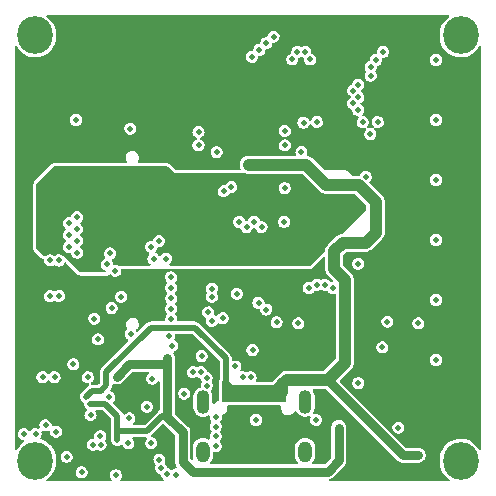
<source format=gbr>
%TF.GenerationSoftware,KiCad,Pcbnew,9.0.4*%
%TF.CreationDate,2025-09-14T02:35:36-04:00*%
%TF.ProjectId,D8X3C_Backpack_V1.0,44385833-435f-4426-9163-6b7061636b5f,rev?*%
%TF.SameCoordinates,Original*%
%TF.FileFunction,Copper,L3,Inr*%
%TF.FilePolarity,Positive*%
%FSLAX46Y46*%
G04 Gerber Fmt 4.6, Leading zero omitted, Abs format (unit mm)*
G04 Created by KiCad (PCBNEW 9.0.4) date 2025-09-14 02:35:36*
%MOMM*%
%LPD*%
G01*
G04 APERTURE LIST*
%TA.AperFunction,ComponentPad*%
%ADD10O,3.000000X3.200000*%
%TD*%
%TA.AperFunction,ComponentPad*%
%ADD11O,1.100000X2.000000*%
%TD*%
%TA.AperFunction,ComponentPad*%
%ADD12O,1.200000X1.800000*%
%TD*%
%TA.AperFunction,ViaPad*%
%ADD13C,0.508000*%
%TD*%
%TA.AperFunction,Conductor*%
%ADD14C,0.508000*%
%TD*%
%TA.AperFunction,Conductor*%
%ADD15C,1.016000*%
%TD*%
%TA.AperFunction,Conductor*%
%ADD16C,0.762000*%
%TD*%
G04 APERTURE END LIST*
D10*
%TO.N,GND*%
%TO.C,*%
X2000000Y-2000000D03*
%TD*%
%TO.N,GND*%
%TO.C,*%
X38000000Y-2000000D03*
%TD*%
%TO.N,GND*%
%TO.C,*%
X2000000Y-38000000D03*
%TD*%
D11*
%TO.N,GND*%
%TO.C,USB1*%
X16185500Y-33036500D03*
D12*
%TO.N,N/C*%
X16185500Y-37236500D03*
D11*
%TO.N,GND*%
X24835500Y-33036500D03*
D12*
%TO.N,N/C*%
X24835500Y-37236500D03*
%TD*%
D10*
%TO.N,GND*%
%TO.C,*%
X38000000Y-38000000D03*
%TD*%
D13*
%TO.N,ACMP*%
X6985000Y-25971500D03*
X13582000Y-28276000D03*
%TO.N,VGND*%
X13335000Y-27430500D03*
%TO.N,KEY4*%
X16954500Y-26173500D03*
X29334000Y-31432500D03*
X13488500Y-26035000D03*
%TO.N,KEY5*%
X31369000Y-28419500D03*
X31802000Y-26225500D03*
X13488500Y-25146000D03*
X16637000Y-25450000D03*
%TO.N,KEY1*%
X13488500Y-24257000D03*
X34414000Y-26384500D03*
X17843500Y-25933000D03*
%TO.N,KEY2*%
X24254000Y-26384500D03*
X16954500Y-24130000D03*
X13488500Y-23368000D03*
%TO.N,KEY3*%
X13488500Y-22479000D03*
X29334000Y-21336000D03*
X16951000Y-23470000D03*
%TO.N,FPGA_IO2*%
X13081000Y-20891500D03*
%TO.N,FPGA_IO1*%
X12001500Y-20891500D03*
%TO.N,FPGA_CLK*%
X23063000Y-17780000D03*
%TO.N,FPGA_VSINC*%
X11811000Y-19900500D03*
%TO.N,FPGA_HSYNC*%
X12446000Y-19400500D03*
%TO.N,FPGA_D13*%
X21145500Y-18224500D03*
%TO.N,FPGA_D12*%
X20510500Y-17780000D03*
%TO.N,FPGA_D11*%
X19883000Y-18224500D03*
%TO.N,FPGA_D10*%
X19240500Y-17780000D03*
%TO.N,FPGA_D9*%
X18577000Y-14824000D03*
%TO.N,FPGA_D8*%
X17933000Y-15176500D03*
%TO.N,FPGA_D0*%
X5524500Y-17399000D03*
%TO.N,FPGA_D1*%
X4826000Y-17889500D03*
%TO.N,FPGA_D2*%
X5524500Y-18389500D03*
%TO.N,FPGA_D3*%
X4826000Y-18889500D03*
%TO.N,FPGA_D4*%
X5524500Y-19367500D03*
%TO.N,FPGA_D5*%
X4826000Y-19889500D03*
%TO.N,FPGA_D6*%
X5524500Y-20389500D03*
%TO.N,FPGA_D7*%
X8323000Y-20460500D03*
%TO.N,FPGA_IO3*%
X8064500Y-21389500D03*
%TO.N,FPGA_TCK*%
X20320000Y-3810000D03*
%TO.N,FPGA_TDO*%
X20942500Y-3238500D03*
%TO.N,FPGA_TDI*%
X21526500Y-2667000D03*
%TO.N,FPGA_TMS*%
X22161500Y-2095500D03*
%TO.N,GND*%
X35918000Y-14242000D03*
X20891500Y-24638000D03*
X6667500Y-34127500D03*
X15811500Y-10160000D03*
X24701500Y-9398000D03*
X8249000Y-32611500D03*
X35918000Y-9162000D03*
X23750000Y-4024000D03*
X1016000Y-35750500D03*
X11811000Y-36512500D03*
X30391000Y-5397500D03*
X13906500Y-39179500D03*
X35918000Y-19322000D03*
X27178000Y-23393000D03*
X16510000Y-31686500D03*
X3238500Y-21056500D03*
X5438000Y-9162000D03*
X20678000Y-34562000D03*
X35918000Y-4082000D03*
X12503500Y-37909500D03*
X30391000Y-4661000D03*
X20383500Y-28638500D03*
X30838000Y-4082000D03*
X35918000Y-24402000D03*
X8763000Y-21922500D03*
X3746500Y-35540000D03*
X6451500Y-30940000D03*
X25844500Y-9334500D03*
X10096500Y-27305000D03*
X19050000Y-23876000D03*
X29718000Y-9334500D03*
X30988000Y-9334500D03*
X25758000Y-34562000D03*
X7493000Y-35941000D03*
X23114000Y-11309500D03*
X25146000Y-23393000D03*
X7302500Y-27738000D03*
X16065500Y-29146500D03*
X9271000Y-24130000D03*
X11430000Y-33438000D03*
X35918000Y-29482000D03*
X30353000Y-10350500D03*
X15811500Y-11303000D03*
X15310000Y-30506000D03*
X9949000Y-34430500D03*
X23114000Y-10096500D03*
X22415500Y-26290500D03*
X25270000Y-4032500D03*
X5905500Y-38989000D03*
X2017000Y-35750500D03*
X11896000Y-31066000D03*
X18934500Y-30030500D03*
X3238500Y-24066500D03*
X21559500Y-25209500D03*
%TO.N,$1N3421*%
X7518000Y-36643500D03*
%TO.N,$1N3429*%
X6858000Y-36639500D03*
%TO.N,3V3*%
X31369000Y-30999500D03*
X7136000Y-31280500D03*
X14287500Y-30226000D03*
X26162000Y-12382500D03*
X30226000Y-12446000D03*
X28702000Y-12065000D03*
X3746500Y-34544000D03*
X1524000Y-30924500D03*
X14160500Y-12382500D03*
X35052000Y-14959500D03*
X30289500Y-20448500D03*
X37539500Y-31813500D03*
X27495500Y-12885500D03*
X29337000Y-24638000D03*
X22796500Y-28431500D03*
X11317000Y-31420500D03*
X27495500Y-12065000D03*
X30237500Y-26225500D03*
X24257000Y-25206000D03*
X18859500Y-12382500D03*
X33020000Y-15960500D03*
X37539500Y-30819000D03*
X25903000Y-33642500D03*
X29692000Y-12928000D03*
X36449000Y-25983000D03*
X10894000Y-36512500D03*
X24257000Y-24066500D03*
%TO.N,$1N4042*%
X3993500Y-24041000D03*
X25843000Y-23101500D03*
%TO.N,$1N4038*%
X26503000Y-23101500D03*
X3993500Y-21056500D03*
%TO.N,$1N5374*%
X9874500Y-36544500D03*
%TO.N,DP_SERIAL*%
X20213500Y-30950000D03*
%TO.N,DN_SERIAL*%
X19553500Y-30951000D03*
%TO.N,DP_ADC*%
X13103500Y-39126500D03*
X16495000Y-30973000D03*
%TO.N,DN_ADC*%
X16028000Y-30506000D03*
X12636500Y-38660000D03*
%TO.N,+5V*%
X20924000Y-12954000D03*
X22640000Y-12954000D03*
X27305000Y-21780500D03*
X22918500Y-31530500D03*
X21782000Y-12954000D03*
X22911000Y-32766000D03*
X22923500Y-32158500D03*
X6286500Y-32575500D03*
X23498000Y-12954000D03*
X18110500Y-31528000D03*
X27305000Y-21001500D03*
X27305000Y-20268000D03*
X33757500Y-37528500D03*
X33083500Y-37528500D03*
X18110000Y-32766000D03*
X20066000Y-12954000D03*
X18110500Y-32156000D03*
X34417000Y-37528500D03*
%TO.N,3V3A*%
X27677500Y-35202000D03*
X13164000Y-29273500D03*
X27677500Y-35958000D03*
X32733000Y-35202000D03*
X8894000Y-30899500D03*
X6626000Y-33169000D03*
X11430000Y-35496500D03*
X8927000Y-36254500D03*
X27677500Y-36772500D03*
%TO.N,$1N5907*%
X17273500Y-35948500D03*
%TO.N,$1N5892*%
X17272000Y-35115500D03*
%TO.N,$1N5759*%
X5207000Y-29845000D03*
%TO.N,$1N5755*%
X3619500Y-30924500D03*
%TO.N,1V2A*%
X8826500Y-39243000D03*
X14592500Y-32327500D03*
%TO.N,$1N5750*%
X2603500Y-30924500D03*
%TO.N,1V2*%
X2857500Y-35014000D03*
X4635500Y-37682000D03*
%TO.N,$1N5608*%
X17272000Y-36766500D03*
%TO.N,$1N5613*%
X17272000Y-34290000D03*
%TO.N,1V8*%
X20701000Y-14922500D03*
%TO.N,$1N7724*%
X10033000Y-9893500D03*
%TO.N,$1N8034*%
X23114000Y-14922500D03*
X29972000Y-13970000D03*
%TO.N,$1N7857*%
X17347000Y-11886000D03*
%TO.N,$1N7939*%
X24522500Y-11874500D03*
%TO.N,$1N9790*%
X31432500Y-3365500D03*
%TO.N,$1N9783*%
X29337000Y-6159500D03*
%TO.N,$1N9780*%
X28892500Y-6667500D03*
%TO.N,$1N9777*%
X29337000Y-7239000D03*
%TO.N,$1N9774*%
X28892500Y-7747000D03*
%TO.N,$1N9771*%
X29337000Y-8318500D03*
%TO.N,$1N9591*%
X24841000Y-3391500D03*
%TO.N,$1N9585*%
X24181000Y-3391500D03*
%TO.N,FPGA_3V3*%
X8445500Y-25082500D03*
%TD*%
D14*
%TO.N,+5V*%
X8001000Y-30480000D02*
X11747500Y-26733500D01*
X18110500Y-29350000D02*
X18110500Y-31528000D01*
X6794500Y-32067500D02*
X7556500Y-32067500D01*
D15*
X29358000Y-14648500D02*
X26629500Y-14648500D01*
D14*
X6286500Y-32575500D02*
X6794500Y-32067500D01*
D15*
X30797500Y-18732500D02*
X30797500Y-16088000D01*
X27305000Y-21001500D02*
X27305000Y-21780500D01*
X28194000Y-22669500D02*
X27305000Y-21780500D01*
X28194000Y-29718000D02*
X28194000Y-22669500D01*
X21782000Y-12954000D02*
X22640000Y-12954000D01*
D14*
X7556500Y-32067500D02*
X8001000Y-31623000D01*
X18110500Y-31528000D02*
X18110500Y-32156000D01*
X15494000Y-26733500D02*
X18110500Y-29350000D01*
D15*
X22640000Y-12954000D02*
X23498000Y-12954000D01*
X20066000Y-12954000D02*
X20924000Y-12954000D01*
X22918500Y-31530500D02*
X23270500Y-31178500D01*
D16*
X33083500Y-37528500D02*
X33757500Y-37528500D01*
D15*
X30797500Y-16088000D02*
X29358000Y-14648500D01*
D16*
X22923500Y-32158500D02*
X22923500Y-31535500D01*
D15*
X27305000Y-20268000D02*
X28015000Y-19558000D01*
X28015000Y-19558000D02*
X29972000Y-19558000D01*
D16*
X33757500Y-37528500D02*
X34417000Y-37528500D01*
D14*
X8001000Y-31623000D02*
X8001000Y-30480000D01*
D15*
X27305000Y-20268000D02*
X27305000Y-21001500D01*
X26629500Y-14648500D02*
X24935000Y-12954000D01*
D16*
X22923500Y-31535500D02*
X22918500Y-31530500D01*
D15*
X20924000Y-12954000D02*
X21782000Y-12954000D01*
D14*
X11747500Y-26733500D02*
X15494000Y-26733500D01*
D15*
X26733500Y-31178500D02*
X28194000Y-29718000D01*
X24935000Y-12954000D02*
X23498000Y-12954000D01*
X23270500Y-31178500D02*
X26733500Y-31178500D01*
D16*
X26733500Y-31178500D02*
X33083500Y-37528500D01*
D15*
X29972000Y-19558000D02*
X30797500Y-18732500D01*
D16*
%TO.N,3V3A*%
X13164000Y-34143500D02*
X13100500Y-34207000D01*
X14478000Y-38100000D02*
X15303500Y-38925500D01*
X27677500Y-35958000D02*
X27677500Y-35202000D01*
D14*
X7873500Y-33169000D02*
X8947000Y-34242500D01*
D16*
X8894000Y-30899500D02*
X9948500Y-29845000D01*
D14*
X13100500Y-34207000D02*
X12719500Y-34207000D01*
D16*
X27677500Y-36772500D02*
X27677500Y-35958000D01*
X15303500Y-38925500D02*
X26733500Y-38925500D01*
X9948500Y-29845000D02*
X13164000Y-29845000D01*
D14*
X8947000Y-34242500D02*
X8947000Y-35490000D01*
X11430000Y-35496500D02*
X11423500Y-35490000D01*
X8947000Y-35490000D02*
X8947000Y-36234500D01*
D16*
X13164000Y-29845000D02*
X13164000Y-34143500D01*
X13100500Y-34207000D02*
X14478000Y-35584500D01*
X13164000Y-29273500D02*
X13164000Y-29845000D01*
D14*
X11423500Y-35490000D02*
X8947000Y-35490000D01*
X12719500Y-34207000D02*
X11430000Y-35496500D01*
D16*
X26733500Y-38925500D02*
X27677500Y-37981500D01*
X14478000Y-35584500D02*
X14478000Y-38100000D01*
D14*
X8947000Y-36234500D02*
X8927000Y-36254500D01*
D16*
X27677500Y-37981500D02*
X27677500Y-36772500D01*
D14*
X6626000Y-33169000D02*
X7873500Y-33169000D01*
%TD*%
%TA.AperFunction,Conductor*%
%TO.N,+5V*%
G36*
X23207000Y-33074500D02*
G01*
X17815000Y-33074500D01*
X17815000Y-31253500D01*
X18358000Y-31260000D01*
X18689000Y-31591500D01*
X22141500Y-31591500D01*
X22550000Y-31182500D01*
X23207000Y-31182500D01*
X23207000Y-33074500D01*
G37*
%TD.AperFunction*%
%TD*%
%TA.AperFunction,Conductor*%
%TO.N,1V8*%
G36*
X13224719Y-13102804D02*
G01*
X13236519Y-13112837D01*
X13794576Y-13665912D01*
X13794813Y-13666123D01*
X13800125Y-13668400D01*
X19775000Y-13668400D01*
X19807166Y-13673626D01*
X19870086Y-13694626D01*
X20000648Y-13717209D01*
X20065921Y-13718400D01*
X24575000Y-13718400D01*
X24634719Y-13737804D01*
X24646842Y-13748158D01*
X26086200Y-15187516D01*
X26140727Y-15240183D01*
X26266834Y-15325134D01*
X26406127Y-15382987D01*
X26555055Y-15412329D01*
X26630730Y-15413400D01*
X29000000Y-15413400D01*
X29059719Y-15432804D01*
X29071842Y-15443158D01*
X30001842Y-16373158D01*
X30030349Y-16429106D01*
X30031600Y-16445000D01*
X30031600Y-16725000D01*
X30012196Y-16784719D01*
X30001842Y-16796842D01*
X28031842Y-18766842D01*
X27975894Y-18795349D01*
X27969730Y-18796133D01*
X27876203Y-18805131D01*
X27698266Y-18860770D01*
X27538012Y-18956280D01*
X27470422Y-19018271D01*
X26767920Y-19725756D01*
X26703896Y-19793280D01*
X26606629Y-19952782D01*
X26550222Y-20130950D01*
X26541126Y-20224802D01*
X26516051Y-20282370D01*
X26511842Y-20286842D01*
X25331842Y-21466842D01*
X25275894Y-21495349D01*
X25260000Y-21496600D01*
X13430000Y-21496600D01*
X13370281Y-21477196D01*
X13333373Y-21426396D01*
X13333373Y-21363604D01*
X13369701Y-21313229D01*
X13424128Y-21273093D01*
X13511027Y-21171668D01*
X13568413Y-21052872D01*
X13593545Y-20923345D01*
X13584746Y-20791701D01*
X13542590Y-20666673D01*
X13469009Y-20555223D01*
X13422097Y-20510631D01*
X13372430Y-20468525D01*
X13253036Y-20407167D01*
X13123481Y-20379034D01*
X12991050Y-20385262D01*
X12864701Y-20425427D01*
X12752986Y-20496817D01*
X12662120Y-20596067D01*
X12628214Y-20655406D01*
X12581739Y-20697631D01*
X12519320Y-20704473D01*
X12464801Y-20673320D01*
X12451565Y-20655018D01*
X12422690Y-20603966D01*
X12347228Y-20516083D01*
X12254235Y-20446957D01*
X12201278Y-20421711D01*
X12155722Y-20378497D01*
X12144267Y-20316758D01*
X12169690Y-20261802D01*
X12222954Y-20202983D01*
X12297356Y-20062832D01*
X12316346Y-19985709D01*
X12349465Y-19932361D01*
X12407616Y-19908669D01*
X12416814Y-19908416D01*
X12483189Y-19909601D01*
X12611570Y-19882699D01*
X12727720Y-19825086D01*
X12825664Y-19740142D01*
X12899125Y-19633316D01*
X12943396Y-19511461D01*
X12955629Y-19382385D01*
X12935046Y-19254374D01*
X12882173Y-19133840D01*
X12844896Y-19082596D01*
X12804389Y-19034283D01*
X12699583Y-18954939D01*
X12579569Y-18905198D01*
X12450902Y-18887367D01*
X12321882Y-18902584D01*
X12200874Y-18949869D01*
X12095732Y-19026152D01*
X12013243Y-19126507D01*
X11958108Y-19245819D01*
X11944427Y-19310901D01*
X11913153Y-19365351D01*
X11855846Y-19391019D01*
X11842555Y-19391571D01*
X11769526Y-19389813D01*
X11628786Y-19421560D01*
X11503723Y-19490027D01*
X11402365Y-19590286D01*
X11331867Y-19715809D01*
X11313991Y-19783085D01*
X11300285Y-19851223D01*
X11307003Y-19994524D01*
X11352229Y-20128892D01*
X11432581Y-20245688D01*
X11543189Y-20337036D01*
X11608735Y-20368295D01*
X11654285Y-20411515D01*
X11665732Y-20473256D01*
X11639763Y-20528798D01*
X11587829Y-20585233D01*
X11516769Y-20719086D01*
X11486874Y-20867540D01*
X11491204Y-20940320D01*
X11500702Y-21012218D01*
X11557928Y-21151324D01*
X11653142Y-21267935D01*
X11714833Y-21312886D01*
X11751671Y-21363737D01*
X11751584Y-21426530D01*
X11714605Y-21477279D01*
X11655000Y-21496600D01*
X9075000Y-21496600D01*
X9026253Y-21484142D01*
X8973353Y-21455214D01*
X8859730Y-21419306D01*
X8741154Y-21409207D01*
X8681406Y-21415958D01*
X8619886Y-21403381D01*
X8577508Y-21357045D01*
X8569662Y-21330966D01*
X8559007Y-21264008D01*
X8509184Y-21138139D01*
X8471064Y-21082248D01*
X8453445Y-21021979D01*
X8474616Y-20962863D01*
X8513754Y-20932149D01*
X8573133Y-20905771D01*
X8676338Y-20829502D01*
X8756598Y-20731372D01*
X8810240Y-20616515D01*
X8833957Y-20491990D01*
X8826284Y-20365457D01*
X8787695Y-20244699D01*
X8720582Y-20137156D01*
X8629056Y-20049454D01*
X8517375Y-19986191D01*
X8458368Y-19968103D01*
X8398631Y-19953954D01*
X8270835Y-19951954D01*
X8147893Y-19980832D01*
X8035698Y-20038815D01*
X7941027Y-20122403D01*
X7869601Y-20226561D01*
X7825721Y-20344984D01*
X7812044Y-20470540D01*
X7829397Y-20595629D01*
X7877327Y-20714195D01*
X7913877Y-20767665D01*
X7931558Y-20827917D01*
X7910448Y-20887054D01*
X7871479Y-20917747D01*
X7813862Y-20943514D01*
X7713517Y-21017573D01*
X7634928Y-21112520D01*
X7581568Y-21223618D01*
X7556230Y-21346013D01*
X7556580Y-21406359D01*
X7560536Y-21466309D01*
X7594414Y-21586373D01*
X7654896Y-21693770D01*
X7738991Y-21783888D01*
X7843132Y-21852432D01*
X7901896Y-21875336D01*
X7950492Y-21915103D01*
X7966432Y-21975838D01*
X7943629Y-22034343D01*
X7890792Y-22068272D01*
X7865000Y-22071600D01*
X5855000Y-22071600D01*
X5795281Y-22052196D01*
X5783030Y-22041714D01*
X4384172Y-20637860D01*
X4381040Y-20636610D01*
X4379615Y-20636600D01*
X4315000Y-20636600D01*
X4264827Y-20623347D01*
X4201683Y-20587486D01*
X4063471Y-20548670D01*
X3921529Y-20548670D01*
X3783316Y-20587486D01*
X3720173Y-20623347D01*
X3670000Y-20636600D01*
X3560000Y-20636600D01*
X3509827Y-20623347D01*
X3446683Y-20587486D01*
X3308471Y-20548670D01*
X3166529Y-20548670D01*
X3028316Y-20587486D01*
X2965173Y-20623347D01*
X2915000Y-20636600D01*
X2710000Y-20636600D01*
X2650281Y-20617196D01*
X2638509Y-20607192D01*
X2123509Y-20097192D01*
X2094730Y-20041383D01*
X2093400Y-20025000D01*
X2093400Y-19881140D01*
X4313985Y-19881140D01*
X4330213Y-20018625D01*
X4353948Y-20081205D01*
X4381337Y-20142375D01*
X4465655Y-20252033D01*
X4574524Y-20334715D01*
X4701291Y-20385906D01*
X4838666Y-20402199D01*
X4908227Y-20394084D01*
X4969792Y-20406437D01*
X5012338Y-20452618D01*
X5019604Y-20474962D01*
X5032405Y-20538595D01*
X5084322Y-20655782D01*
X5162553Y-20755340D01*
X5262887Y-20832542D01*
X5379166Y-20882641D01*
X5504196Y-20902544D01*
X5630279Y-20891019D01*
X5751110Y-20848261D01*
X5803888Y-20815258D01*
X5854563Y-20779767D01*
X5940704Y-20685837D01*
X6000498Y-20575028D01*
X6031330Y-20452959D01*
X6031330Y-20327040D01*
X6000498Y-20204971D01*
X5940704Y-20094162D01*
X5854563Y-20000232D01*
X5801716Y-19963220D01*
X5763932Y-19913068D01*
X5762842Y-19850285D01*
X5798864Y-19798853D01*
X5801696Y-19796795D01*
X5853251Y-19760668D01*
X5937839Y-19669569D01*
X5997464Y-19562262D01*
X6030118Y-19442323D01*
X6033370Y-19382769D01*
X6032736Y-19323865D01*
X6006737Y-19203699D01*
X5954581Y-19093977D01*
X5877789Y-18997919D01*
X5829950Y-18958046D01*
X5796500Y-18904905D01*
X5800673Y-18842252D01*
X5831951Y-18800330D01*
X5879663Y-18762571D01*
X5956205Y-18669986D01*
X6007917Y-18563222D01*
X6033145Y-18445607D01*
X6033391Y-18386821D01*
X6031042Y-18328043D01*
X6002145Y-18210908D01*
X5947980Y-18104734D01*
X5870109Y-18012597D01*
X5822139Y-17974819D01*
X5787228Y-17922626D01*
X5789663Y-17859881D01*
X5822836Y-17814637D01*
X5852259Y-17791876D01*
X18725117Y-17791876D01*
X18744340Y-17919600D01*
X18794856Y-18038472D01*
X18873453Y-18140958D01*
X18975160Y-18220567D01*
X19093534Y-18272251D01*
X19222443Y-18292964D01*
X19288314Y-18288620D01*
X19349180Y-18304052D01*
X19389352Y-18352313D01*
X19392041Y-18359906D01*
X19412141Y-18424722D01*
X19479755Y-18540385D01*
X19573701Y-18633565D01*
X19688478Y-18699412D01*
X19816337Y-18733490D01*
X19948663Y-18733490D01*
X20076521Y-18699412D01*
X20191298Y-18633565D01*
X20285244Y-18540385D01*
X20352858Y-18424722D01*
X20372959Y-18359906D01*
X20409181Y-18308615D01*
X20468633Y-18288409D01*
X20470000Y-18288400D01*
X20555000Y-18288400D01*
X20614719Y-18307804D01*
X20651627Y-18358604D01*
X20652085Y-18360049D01*
X20671422Y-18422730D01*
X20736094Y-18535113D01*
X20825656Y-18626799D01*
X20935240Y-18693299D01*
X21057915Y-18730434D01*
X21185985Y-18735857D01*
X21311366Y-18709235D01*
X21426171Y-18652232D01*
X21524294Y-18567481D01*
X21561527Y-18517006D01*
X21595751Y-18464642D01*
X21641199Y-18343701D01*
X21655112Y-18216851D01*
X21637167Y-18090520D01*
X21588495Y-17972557D01*
X21512118Y-17870329D01*
X21412800Y-17790199D01*
X21391680Y-17780550D01*
X22551647Y-17780550D01*
X22553339Y-17846049D01*
X22588040Y-17977333D01*
X22654840Y-18093764D01*
X22749574Y-18188881D01*
X22865733Y-18256158D01*
X22995382Y-18290990D01*
X23129618Y-18290990D01*
X23259266Y-18256158D01*
X23375425Y-18188881D01*
X23470159Y-18093764D01*
X23536959Y-17977333D01*
X23571660Y-17846049D01*
X23573352Y-17780550D01*
X23570972Y-17715295D01*
X23535547Y-17584852D01*
X23468491Y-17469433D01*
X23373907Y-17375233D01*
X23258214Y-17308652D01*
X23129249Y-17274190D01*
X22995751Y-17274190D01*
X22866785Y-17308652D01*
X22751092Y-17375233D01*
X22656508Y-17469433D01*
X22589452Y-17584852D01*
X22554027Y-17715295D01*
X22551647Y-17780550D01*
X21391680Y-17780550D01*
X21296736Y-17737173D01*
X21169292Y-17714211D01*
X21103593Y-17716536D01*
X21043225Y-17699256D01*
X21004543Y-17649793D01*
X21003074Y-17645460D01*
X20982668Y-17580529D01*
X20914458Y-17464722D01*
X20819968Y-17371456D01*
X20704700Y-17305580D01*
X20576383Y-17271490D01*
X20443617Y-17271490D01*
X20315299Y-17305580D01*
X20200031Y-17371456D01*
X20105541Y-17464722D01*
X20037331Y-17580529D01*
X20016926Y-17645460D01*
X19980511Y-17696615D01*
X19920983Y-17716595D01*
X19920000Y-17716600D01*
X19830000Y-17716600D01*
X19770281Y-17697196D01*
X19733373Y-17646396D01*
X19733089Y-17645509D01*
X19713276Y-17582576D01*
X19647989Y-17469824D01*
X19557871Y-17377980D01*
X19447753Y-17311406D01*
X19324549Y-17274265D01*
X19195983Y-17268896D01*
X19070113Y-17295638D01*
X18954835Y-17352805D01*
X18856003Y-17438007D01*
X18818249Y-17488334D01*
X18783881Y-17540923D01*
X18738404Y-17663407D01*
X18725117Y-17791876D01*
X5852259Y-17791876D01*
X5873407Y-17775517D01*
X5954504Y-17678646D01*
X6009185Y-17566365D01*
X6035131Y-17444226D01*
X6030820Y-17319417D01*
X5996511Y-17199346D01*
X5934221Y-17091116D01*
X5846596Y-17000023D01*
X5795882Y-16966037D01*
X5743723Y-16935298D01*
X5624551Y-16896130D01*
X5500906Y-16886950D01*
X5378699Y-16907833D01*
X5265123Y-16957565D01*
X5166883Y-17033197D01*
X5089763Y-17130276D01*
X5037712Y-17244407D01*
X5024309Y-17306453D01*
X4992733Y-17360728D01*
X4935285Y-17386078D01*
X4911411Y-17385687D01*
X4841467Y-17376246D01*
X4702915Y-17390790D01*
X4575020Y-17441462D01*
X4465486Y-17524702D01*
X4381331Y-17635768D01*
X4354313Y-17697892D01*
X4330987Y-17761088D01*
X4314789Y-17898911D01*
X4335531Y-18034430D01*
X4391539Y-18159556D01*
X4479835Y-18266584D01*
X4535999Y-18308750D01*
X4572107Y-18360122D01*
X4571124Y-18422906D01*
X4535838Y-18471371D01*
X4478564Y-18514191D01*
X4389072Y-18623557D01*
X4333198Y-18751603D01*
X4314093Y-18890000D01*
X4333198Y-19028396D01*
X4389072Y-19156442D01*
X4478564Y-19265808D01*
X4535838Y-19308629D01*
X4572048Y-19359929D01*
X4571189Y-19422715D01*
X4535849Y-19471363D01*
X4479535Y-19513478D01*
X4390963Y-19620417D01*
X4334792Y-19745556D01*
X4313985Y-19881140D01*
X2093400Y-19881140D01*
X2093400Y-15118353D01*
X17425879Y-15118353D01*
X17426388Y-15243806D01*
X17457678Y-15367191D01*
X17484642Y-15422052D01*
X17515269Y-15474862D01*
X17601494Y-15568761D01*
X17706786Y-15637886D01*
X17825790Y-15679179D01*
X17951260Y-15690118D01*
X18075612Y-15670047D01*
X18191282Y-15620189D01*
X18291250Y-15543558D01*
X18370404Y-15443616D01*
X18398629Y-15385571D01*
X18442194Y-15340350D01*
X18500831Y-15328979D01*
X18564690Y-15335825D01*
X18690857Y-15322027D01*
X18808566Y-15278634D01*
X18912275Y-15208062D01*
X18995827Y-15114493D01*
X19054267Y-15003486D01*
X19073363Y-14925550D01*
X22601647Y-14925550D01*
X22603339Y-14991049D01*
X22638040Y-15122333D01*
X22704840Y-15238764D01*
X22799574Y-15333881D01*
X22915733Y-15401158D01*
X23045382Y-15435990D01*
X23179618Y-15435990D01*
X23309266Y-15401158D01*
X23425425Y-15333881D01*
X23520159Y-15238764D01*
X23586959Y-15122333D01*
X23621660Y-14991049D01*
X23623352Y-14925550D01*
X23620972Y-14860295D01*
X23585547Y-14729852D01*
X23518491Y-14614433D01*
X23423907Y-14520233D01*
X23308214Y-14453652D01*
X23179249Y-14419190D01*
X23045751Y-14419190D01*
X22916785Y-14453652D01*
X22801092Y-14520233D01*
X22706508Y-14614433D01*
X22639452Y-14729852D01*
X22604027Y-14860295D01*
X22601647Y-14925550D01*
X19073363Y-14925550D01*
X19084120Y-14881646D01*
X19083611Y-14756193D01*
X19052321Y-14632808D01*
X19025357Y-14577947D01*
X18994730Y-14525137D01*
X18908505Y-14431238D01*
X18803213Y-14362113D01*
X18684209Y-14320820D01*
X18558739Y-14309881D01*
X18434387Y-14329952D01*
X18318717Y-14379810D01*
X18218749Y-14456441D01*
X18139595Y-14556383D01*
X18111371Y-14614429D01*
X18067806Y-14659650D01*
X18009169Y-14671021D01*
X17945309Y-14664174D01*
X17819142Y-14677972D01*
X17701433Y-14721365D01*
X17597724Y-14791937D01*
X17514172Y-14885506D01*
X17455732Y-14996513D01*
X17425879Y-15118353D01*
X2093400Y-15118353D01*
X2093400Y-14585000D01*
X2112804Y-14525281D01*
X2123286Y-14513030D01*
X3528286Y-13113030D01*
X3584285Y-13084623D01*
X3600000Y-13083400D01*
X13165000Y-13083400D01*
X13224719Y-13102804D01*
G37*
%TD.AperFunction*%
%TD*%
%TA.AperFunction,Conductor*%
%TO.N,3V3*%
G36*
X37024719Y-277804D02*
G01*
X37061627Y-328604D01*
X37061627Y-391396D01*
X37024719Y-442196D01*
X37023328Y-443189D01*
X36922048Y-514200D01*
X36738866Y-679122D01*
X36580767Y-867087D01*
X36450123Y-1075074D01*
X36349438Y-1299113D01*
X36280646Y-1534894D01*
X36244900Y-1778930D01*
X36241600Y-1901365D01*
X36241600Y-2099167D01*
X36243793Y-2228820D01*
X36281803Y-2486201D01*
X36356967Y-2734322D01*
X36467805Y-2968694D01*
X36611898Y-3184218D01*
X36786113Y-3376213D01*
X36986668Y-3540507D01*
X37209190Y-3673527D01*
X37448868Y-3772382D01*
X37700461Y-3834928D01*
X37958521Y-3859788D01*
X38217434Y-3846441D01*
X38471579Y-3795170D01*
X38715409Y-3707094D01*
X38943637Y-3584118D01*
X39151311Y-3428923D01*
X39333903Y-3244876D01*
X39487996Y-3035253D01*
X39551030Y-2920941D01*
X39596858Y-2878015D01*
X39659165Y-2870224D01*
X39714152Y-2900544D01*
X39740815Y-2957394D01*
X39741600Y-2970000D01*
X39741600Y-37030000D01*
X39722196Y-37089719D01*
X39671396Y-37126627D01*
X39608604Y-37126627D01*
X39557804Y-37089719D01*
X39551157Y-37079290D01*
X39487892Y-36965259D01*
X39333540Y-36756222D01*
X39150816Y-36572732D01*
X38943143Y-36418060D01*
X38715014Y-36295535D01*
X38471373Y-36207821D01*
X38217508Y-36156816D01*
X37958891Y-36143620D01*
X37701144Y-36168527D01*
X37449844Y-36230991D01*
X37210436Y-36329667D01*
X36988097Y-36462413D01*
X36787657Y-36626338D01*
X36613437Y-36817933D01*
X36469233Y-37032991D01*
X36358152Y-37266912D01*
X36282607Y-37514590D01*
X36244094Y-37771575D01*
X36241600Y-37900972D01*
X36241600Y-38099281D01*
X36243387Y-38222301D01*
X36277454Y-38466631D01*
X36345342Y-38702870D01*
X36445808Y-38927203D01*
X36576853Y-39135149D01*
X36735883Y-39322589D01*
X36920302Y-39486280D01*
X37022390Y-39556161D01*
X37060709Y-39605905D01*
X37062470Y-39668673D01*
X37027001Y-39720488D01*
X36967850Y-39741560D01*
X36965000Y-39741600D01*
X26915000Y-39741600D01*
X26855281Y-39722196D01*
X26818373Y-39671396D01*
X26818373Y-39608604D01*
X26855281Y-39557804D01*
X26886681Y-39542427D01*
X26970284Y-39518162D01*
X27122220Y-39433195D01*
X27184928Y-39376387D01*
X28127157Y-38434158D01*
X28184806Y-38373199D01*
X28269033Y-38226793D01*
X28311641Y-38063260D01*
X28313400Y-37978935D01*
X28313400Y-35201151D01*
X28311775Y-35129390D01*
X28280042Y-34988463D01*
X28218249Y-34859369D01*
X28129238Y-34747296D01*
X28017465Y-34657896D01*
X27888581Y-34595673D01*
X27749059Y-34563760D01*
X27605941Y-34563760D01*
X27466418Y-34595673D01*
X27337534Y-34657896D01*
X27225761Y-34747296D01*
X27136750Y-34859369D01*
X27074957Y-34988463D01*
X27043224Y-35129390D01*
X27041600Y-35201151D01*
X27041600Y-37675000D01*
X27022196Y-37734719D01*
X27011491Y-37747192D01*
X26496491Y-38257192D01*
X26440404Y-38285425D01*
X26425000Y-38286600D01*
X25540000Y-38286600D01*
X25480281Y-38267196D01*
X25443373Y-38216396D01*
X25443373Y-38153604D01*
X25463611Y-38118012D01*
X25517115Y-38056998D01*
X25602421Y-37920401D01*
X25660773Y-37771542D01*
X25691025Y-37613224D01*
X25693400Y-37533487D01*
X25693400Y-36936315D01*
X25691049Y-36846371D01*
X25653369Y-36669096D01*
X25580206Y-36504759D01*
X25474461Y-36359218D01*
X25340785Y-36238851D01*
X25184986Y-36148907D01*
X25013910Y-36093317D01*
X24835000Y-36074519D01*
X24656089Y-36093317D01*
X24485013Y-36148907D01*
X24329214Y-36238851D01*
X24195538Y-36359218D01*
X24089793Y-36504759D01*
X24016630Y-36669096D01*
X23978950Y-36846371D01*
X23976600Y-36936315D01*
X23976600Y-37533902D01*
X23978333Y-37613817D01*
X24008190Y-37771897D01*
X24066588Y-37920550D01*
X24152435Y-38056846D01*
X24206194Y-38117791D01*
X24231147Y-38175412D01*
X24217465Y-38236696D01*
X24170374Y-38278233D01*
X24130000Y-38286600D01*
X16890000Y-38286600D01*
X16830281Y-38267196D01*
X16793373Y-38216396D01*
X16793373Y-38153604D01*
X16813611Y-38118012D01*
X16867115Y-38056998D01*
X16952421Y-37920401D01*
X17010773Y-37771542D01*
X17041025Y-37613224D01*
X17043400Y-37533487D01*
X17043400Y-37365000D01*
X17062804Y-37305281D01*
X17113604Y-37268373D01*
X17162612Y-37264938D01*
X17227102Y-37276288D01*
X17356317Y-37270605D01*
X17478691Y-37233782D01*
X17588252Y-37168009D01*
X17679242Y-37076361D01*
X17712349Y-37023536D01*
X17742500Y-36968607D01*
X17778259Y-36843977D01*
X17781850Y-36715861D01*
X17753465Y-36590868D01*
X17694200Y-36475524D01*
X17652089Y-36425210D01*
X17628639Y-36366961D01*
X17643906Y-36306053D01*
X17652541Y-36294253D01*
X17694621Y-36244676D01*
X17754552Y-36131066D01*
X17784304Y-36007724D01*
X17782779Y-35880849D01*
X17750069Y-35758266D01*
X17687431Y-35646145D01*
X17644161Y-35597609D01*
X17618905Y-35540120D01*
X17632264Y-35478765D01*
X17643293Y-35463377D01*
X17685593Y-35414673D01*
X17746498Y-35302750D01*
X17777917Y-35180808D01*
X17778676Y-35054898D01*
X17748725Y-34932595D01*
X17689140Y-34819905D01*
X17647443Y-34770631D01*
X17623678Y-34712509D01*
X17638615Y-34651519D01*
X17647854Y-34638886D01*
X17697043Y-34581487D01*
X17707214Y-34560550D01*
X20166647Y-34560550D01*
X20168339Y-34626049D01*
X20203040Y-34757333D01*
X20269840Y-34873764D01*
X20364574Y-34968881D01*
X20480733Y-35036158D01*
X20610382Y-35070990D01*
X20744618Y-35070990D01*
X20874266Y-35036158D01*
X20990425Y-34968881D01*
X21085159Y-34873764D01*
X21151959Y-34757333D01*
X21186660Y-34626049D01*
X21188352Y-34560550D01*
X21185972Y-34495295D01*
X21150547Y-34364852D01*
X21083491Y-34249433D01*
X20988907Y-34155233D01*
X20873214Y-34088652D01*
X20744249Y-34054190D01*
X20610751Y-34054190D01*
X20481785Y-34088652D01*
X20366092Y-34155233D01*
X20271508Y-34249433D01*
X20204452Y-34364852D01*
X20169027Y-34495295D01*
X20166647Y-34560550D01*
X17707214Y-34560550D01*
X17762291Y-34447168D01*
X17786322Y-34300004D01*
X17778895Y-34225014D01*
X17792318Y-34163674D01*
X17839233Y-34121938D01*
X17840210Y-34121516D01*
X17905252Y-34093831D01*
X18020565Y-34014507D01*
X18114127Y-33912291D01*
X18182282Y-33791651D01*
X18221541Y-33658752D01*
X18229941Y-33519516D01*
X18219524Y-33450073D01*
X18229854Y-33388136D01*
X18274616Y-33344100D01*
X18320000Y-33333400D01*
X22705000Y-33333400D01*
X22764719Y-33352804D01*
X22801627Y-33403604D01*
X22805644Y-33448906D01*
X22795727Y-33520677D01*
X22805083Y-33663731D01*
X22846513Y-33799468D01*
X22917910Y-33922116D01*
X23015470Y-34025173D01*
X23135162Y-34103900D01*
X23199192Y-34129263D01*
X23265467Y-34150397D01*
X23409359Y-34165101D01*
X23551341Y-34146195D01*
X23685068Y-34094877D01*
X23803230Y-34013926D01*
X23900377Y-33906684D01*
X23937351Y-33843616D01*
X23984293Y-33801911D01*
X24046784Y-33795763D01*
X24100954Y-33827520D01*
X24114357Y-33846648D01*
X24156443Y-33924426D01*
X24267382Y-34060336D01*
X24403715Y-34168596D01*
X24560009Y-34245273D01*
X24729056Y-34286818D01*
X24903096Y-34291339D01*
X25075300Y-34258377D01*
X25157342Y-34225637D01*
X25219999Y-34221524D01*
X25273108Y-34255025D01*
X25296382Y-34313345D01*
X25289619Y-34357010D01*
X25264041Y-34422401D01*
X25245152Y-34559783D01*
X25263172Y-34695607D01*
X25316568Y-34821786D01*
X25401527Y-34929272D01*
X25511963Y-35010381D01*
X25639943Y-35059283D01*
X25776317Y-35072480D01*
X25911313Y-35049027D01*
X26036649Y-34989948D01*
X26089061Y-34947655D01*
X26134454Y-34906782D01*
X26207916Y-34804243D01*
X26253774Y-34688331D01*
X26270157Y-34564760D01*
X26256090Y-34440904D01*
X26212399Y-34324163D01*
X26141709Y-34221497D01*
X26048228Y-34139036D01*
X25937547Y-34081709D01*
X25816261Y-34052932D01*
X25690199Y-34054440D01*
X25628099Y-34068939D01*
X25565533Y-34063621D01*
X25518041Y-34022543D01*
X25503765Y-33961395D01*
X25517830Y-33917808D01*
X25557362Y-33851782D01*
X25613254Y-33709679D01*
X25641694Y-33559640D01*
X25643400Y-33483869D01*
X25643400Y-32586101D01*
X25641536Y-32500286D01*
X25605006Y-32331672D01*
X25533056Y-32174851D01*
X25482414Y-32104179D01*
X25463402Y-32044334D01*
X25483197Y-31984744D01*
X25534238Y-31948169D01*
X25565000Y-31943400D01*
X26555000Y-31943400D01*
X26614719Y-31962804D01*
X26626842Y-31973158D01*
X32630797Y-37977113D01*
X32692174Y-38034978D01*
X32839052Y-38120501D01*
X33003024Y-38165231D01*
X33086927Y-38168400D01*
X34413580Y-38168400D01*
X34485265Y-38166390D01*
X34626413Y-38134173D01*
X34755554Y-38071987D01*
X34867613Y-37982613D01*
X34956987Y-37870554D01*
X35019173Y-37741413D01*
X35051070Y-37601669D01*
X35051070Y-37458330D01*
X35019173Y-37318586D01*
X34956987Y-37189445D01*
X34867613Y-37077386D01*
X34755554Y-36988012D01*
X34626413Y-36925826D01*
X34485265Y-36893609D01*
X34413580Y-36891600D01*
X33390000Y-36891600D01*
X33330281Y-36872196D01*
X33318158Y-36861842D01*
X31656866Y-35200550D01*
X32221647Y-35200550D01*
X32223339Y-35266049D01*
X32258040Y-35397333D01*
X32324840Y-35513764D01*
X32419574Y-35608881D01*
X32535733Y-35676158D01*
X32665382Y-35710990D01*
X32799618Y-35710990D01*
X32929266Y-35676158D01*
X33045425Y-35608881D01*
X33140159Y-35513764D01*
X33206959Y-35397333D01*
X33241660Y-35266049D01*
X33243352Y-35200550D01*
X33240972Y-35135295D01*
X33205547Y-35004852D01*
X33138491Y-34889433D01*
X33043907Y-34795233D01*
X32928214Y-34728652D01*
X32799249Y-34694190D01*
X32665751Y-34694190D01*
X32536785Y-34728652D01*
X32421092Y-34795233D01*
X32326508Y-34889433D01*
X32259452Y-35004852D01*
X32224027Y-35135295D01*
X32221647Y-35200550D01*
X31656866Y-35200550D01*
X27891866Y-31435550D01*
X28821647Y-31435550D01*
X28823339Y-31501049D01*
X28858040Y-31632333D01*
X28924840Y-31748764D01*
X29019574Y-31843881D01*
X29135733Y-31911158D01*
X29265382Y-31945990D01*
X29399618Y-31945990D01*
X29529266Y-31911158D01*
X29645425Y-31843881D01*
X29740159Y-31748764D01*
X29806959Y-31632333D01*
X29841660Y-31501049D01*
X29843352Y-31435550D01*
X29840972Y-31370295D01*
X29805547Y-31239852D01*
X29738491Y-31124433D01*
X29643907Y-31030233D01*
X29528214Y-30963652D01*
X29399249Y-30929190D01*
X29265751Y-30929190D01*
X29136785Y-30963652D01*
X29021092Y-31030233D01*
X28926508Y-31124433D01*
X28859452Y-31239852D01*
X28824027Y-31370295D01*
X28821647Y-31435550D01*
X27891866Y-31435550D01*
X27798158Y-31341842D01*
X27769651Y-31285894D01*
X27779474Y-31223875D01*
X27797967Y-31198350D01*
X28732102Y-30259219D01*
X28783714Y-30204804D01*
X28867706Y-30079137D01*
X28925585Y-29940790D01*
X28956073Y-29792857D01*
X28958400Y-29718425D01*
X28958400Y-29480550D01*
X35406647Y-29480550D01*
X35408339Y-29546049D01*
X35443040Y-29677333D01*
X35509840Y-29793764D01*
X35604574Y-29888881D01*
X35720733Y-29956158D01*
X35850382Y-29990990D01*
X35984618Y-29990990D01*
X36114266Y-29956158D01*
X36230425Y-29888881D01*
X36325159Y-29793764D01*
X36391959Y-29677333D01*
X36426660Y-29546049D01*
X36428352Y-29480550D01*
X36425972Y-29415295D01*
X36390547Y-29284852D01*
X36323491Y-29169433D01*
X36228907Y-29075233D01*
X36113214Y-29008652D01*
X35984249Y-28974190D01*
X35850751Y-28974190D01*
X35721785Y-29008652D01*
X35606092Y-29075233D01*
X35511508Y-29169433D01*
X35444452Y-29284852D01*
X35409027Y-29415295D01*
X35406647Y-29480550D01*
X28958400Y-29480550D01*
X28958400Y-28420550D01*
X30856647Y-28420550D01*
X30858339Y-28486049D01*
X30893040Y-28617333D01*
X30959840Y-28733764D01*
X31054574Y-28828881D01*
X31170733Y-28896158D01*
X31300382Y-28930990D01*
X31434618Y-28930990D01*
X31564266Y-28896158D01*
X31680425Y-28828881D01*
X31775159Y-28733764D01*
X31841959Y-28617333D01*
X31876660Y-28486049D01*
X31878352Y-28420550D01*
X31875972Y-28355295D01*
X31840547Y-28224852D01*
X31773491Y-28109433D01*
X31678907Y-28015233D01*
X31563214Y-27948652D01*
X31434249Y-27914190D01*
X31300751Y-27914190D01*
X31171785Y-27948652D01*
X31056092Y-28015233D01*
X30961508Y-28109433D01*
X30894452Y-28224852D01*
X30859027Y-28355295D01*
X30856647Y-28420550D01*
X28958400Y-28420550D01*
X28958400Y-26224449D01*
X31291647Y-26224449D01*
X31294027Y-26289704D01*
X31329452Y-26420147D01*
X31396508Y-26535566D01*
X31491092Y-26629766D01*
X31606785Y-26696347D01*
X31735751Y-26730810D01*
X31869249Y-26730810D01*
X31998214Y-26696347D01*
X32113907Y-26629766D01*
X32208491Y-26535566D01*
X32275547Y-26420147D01*
X32284943Y-26385550D01*
X33901647Y-26385550D01*
X33903339Y-26451049D01*
X33938040Y-26582333D01*
X34004840Y-26698764D01*
X34099574Y-26793881D01*
X34215733Y-26861158D01*
X34345382Y-26895990D01*
X34479618Y-26895990D01*
X34609266Y-26861158D01*
X34725425Y-26793881D01*
X34820159Y-26698764D01*
X34886959Y-26582333D01*
X34921660Y-26451049D01*
X34923352Y-26385550D01*
X34920972Y-26320295D01*
X34885547Y-26189852D01*
X34818491Y-26074433D01*
X34723907Y-25980233D01*
X34608214Y-25913652D01*
X34479249Y-25879190D01*
X34345751Y-25879190D01*
X34216785Y-25913652D01*
X34101092Y-25980233D01*
X34006508Y-26074433D01*
X33939452Y-26189852D01*
X33904027Y-26320295D01*
X33901647Y-26385550D01*
X32284943Y-26385550D01*
X32310972Y-26289704D01*
X32313352Y-26224449D01*
X32311660Y-26158950D01*
X32276959Y-26027666D01*
X32210159Y-25911235D01*
X32115425Y-25816118D01*
X31999266Y-25748841D01*
X31869618Y-25714010D01*
X31735382Y-25714010D01*
X31605733Y-25748841D01*
X31489574Y-25816118D01*
X31394840Y-25911235D01*
X31328040Y-26027666D01*
X31293339Y-26158950D01*
X31291647Y-26224449D01*
X28958400Y-26224449D01*
X28958400Y-24400550D01*
X35406647Y-24400550D01*
X35408339Y-24466049D01*
X35443040Y-24597333D01*
X35509840Y-24713764D01*
X35604574Y-24808881D01*
X35720733Y-24876158D01*
X35850382Y-24910990D01*
X35984618Y-24910990D01*
X36114266Y-24876158D01*
X36230425Y-24808881D01*
X36325159Y-24713764D01*
X36391959Y-24597333D01*
X36426660Y-24466049D01*
X36428352Y-24400550D01*
X36425972Y-24335295D01*
X36390547Y-24204852D01*
X36323491Y-24089433D01*
X36228907Y-23995233D01*
X36113214Y-23928652D01*
X35984249Y-23894190D01*
X35850751Y-23894190D01*
X35721785Y-23928652D01*
X35606092Y-23995233D01*
X35511508Y-24089433D01*
X35444452Y-24204852D01*
X35409027Y-24335295D01*
X35406647Y-24400550D01*
X28958400Y-24400550D01*
X28958400Y-22671344D01*
X28956397Y-22595990D01*
X28926481Y-22446764D01*
X28868612Y-22307353D01*
X28783987Y-22180683D01*
X28732141Y-22125825D01*
X28098158Y-21491842D01*
X28069651Y-21435894D01*
X28068400Y-21420000D01*
X28068400Y-21335550D01*
X28821647Y-21335550D01*
X28823339Y-21401049D01*
X28858040Y-21532333D01*
X28924840Y-21648764D01*
X29019574Y-21743881D01*
X29135733Y-21811158D01*
X29265382Y-21845990D01*
X29399618Y-21845990D01*
X29529266Y-21811158D01*
X29645425Y-21743881D01*
X29740159Y-21648764D01*
X29806959Y-21532333D01*
X29841660Y-21401049D01*
X29843352Y-21335550D01*
X29840972Y-21270295D01*
X29805547Y-21139852D01*
X29738491Y-21024433D01*
X29643907Y-20930233D01*
X29528214Y-20863652D01*
X29399249Y-20829190D01*
X29265751Y-20829190D01*
X29136785Y-20863652D01*
X29021092Y-20930233D01*
X28926508Y-21024433D01*
X28859452Y-21139852D01*
X28824027Y-21270295D01*
X28821647Y-21335550D01*
X28068400Y-21335550D01*
X28068400Y-20625000D01*
X28087804Y-20565281D01*
X28099050Y-20552277D01*
X28304050Y-20352277D01*
X28360346Y-20324462D01*
X28375000Y-20323400D01*
X29968656Y-20323400D01*
X30044009Y-20321397D01*
X30193235Y-20291481D01*
X30332646Y-20233612D01*
X30459316Y-20148987D01*
X30514174Y-20097141D01*
X31290765Y-19320550D01*
X35406647Y-19320550D01*
X35408339Y-19386049D01*
X35443040Y-19517333D01*
X35509840Y-19633764D01*
X35604574Y-19728881D01*
X35720733Y-19796158D01*
X35850382Y-19830990D01*
X35984618Y-19830990D01*
X36114266Y-19796158D01*
X36230425Y-19728881D01*
X36325159Y-19633764D01*
X36391959Y-19517333D01*
X36426660Y-19386049D01*
X36428352Y-19320550D01*
X36425972Y-19255295D01*
X36390547Y-19124852D01*
X36323491Y-19009433D01*
X36228907Y-18915233D01*
X36113214Y-18848652D01*
X35984249Y-18814190D01*
X35850751Y-18814190D01*
X35721785Y-18848652D01*
X35606092Y-18915233D01*
X35511508Y-19009433D01*
X35444452Y-19124852D01*
X35409027Y-19255295D01*
X35406647Y-19320550D01*
X31290765Y-19320550D01*
X31337205Y-19274110D01*
X31388714Y-19219804D01*
X31472706Y-19094137D01*
X31530585Y-18955790D01*
X31561073Y-18807857D01*
X31563400Y-18733425D01*
X31563400Y-16091169D01*
X31561660Y-16015716D01*
X31531930Y-15866564D01*
X31474079Y-15727206D01*
X31389327Y-15600706D01*
X31337257Y-15545941D01*
X30298158Y-14506842D01*
X30269651Y-14450894D01*
X30279474Y-14388875D01*
X30301521Y-14359945D01*
X30352540Y-14313395D01*
X30402160Y-14240550D01*
X35406647Y-14240550D01*
X35408339Y-14306049D01*
X35443040Y-14437333D01*
X35509840Y-14553764D01*
X35604574Y-14648881D01*
X35720733Y-14716158D01*
X35850382Y-14750990D01*
X35984618Y-14750990D01*
X36114266Y-14716158D01*
X36230425Y-14648881D01*
X36325159Y-14553764D01*
X36391959Y-14437333D01*
X36426660Y-14306049D01*
X36428352Y-14240550D01*
X36425972Y-14175295D01*
X36390547Y-14044852D01*
X36323491Y-13929433D01*
X36228907Y-13835233D01*
X36113214Y-13768652D01*
X35984249Y-13734190D01*
X35850751Y-13734190D01*
X35721785Y-13768652D01*
X35606092Y-13835233D01*
X35511508Y-13929433D01*
X35444452Y-14044852D01*
X35409027Y-14175295D01*
X35406647Y-14240550D01*
X30402160Y-14240550D01*
X30429375Y-14200596D01*
X30473633Y-14073165D01*
X30483152Y-13938584D01*
X30457263Y-13806189D01*
X30397758Y-13685113D01*
X30307860Y-13582704D01*
X30253728Y-13544635D01*
X30197485Y-13509319D01*
X30068221Y-13465650D01*
X29933648Y-13457629D01*
X29801715Y-13485302D01*
X29681712Y-13546722D01*
X29582094Y-13637562D01*
X29508845Y-13753070D01*
X29485884Y-13818599D01*
X29447823Y-13868541D01*
X29387675Y-13886573D01*
X29373297Y-13885218D01*
X29351589Y-13881600D01*
X28895000Y-13881600D01*
X28835281Y-13862196D01*
X28823648Y-13852329D01*
X28454903Y-13488567D01*
X28417154Y-13453817D01*
X28319240Y-13413467D01*
X28268149Y-13411600D01*
X26515000Y-13411600D01*
X26455281Y-13392196D01*
X26443158Y-13381842D01*
X25474336Y-12413020D01*
X25418335Y-12360588D01*
X25288449Y-12275064D01*
X25144537Y-12216137D01*
X25068034Y-12199197D01*
X25013923Y-12167341D01*
X24988870Y-12109763D01*
X24994303Y-12065874D01*
X25015578Y-12006212D01*
X25032051Y-11882216D01*
X25018732Y-11759357D01*
X24976597Y-11643193D01*
X24908049Y-11540371D01*
X24817028Y-11456794D01*
X24708740Y-11397250D01*
X24587951Y-11364762D01*
X24528273Y-11361648D01*
X24468193Y-11362743D01*
X24345746Y-11391773D01*
X24235137Y-11448708D01*
X24141439Y-11530539D01*
X24070143Y-11632474D01*
X24025418Y-11748552D01*
X24009890Y-11871977D01*
X24024561Y-11996458D01*
X24045724Y-12055949D01*
X24047457Y-12118717D01*
X24011965Y-12170517D01*
X23952804Y-12191561D01*
X23950000Y-12191600D01*
X20066408Y-12191600D01*
X19981869Y-12193963D01*
X19815517Y-12231561D01*
X19662703Y-12304161D01*
X19529533Y-12408496D01*
X19422507Y-12539514D01*
X19346813Y-12690813D01*
X19306162Y-12855037D01*
X19302519Y-13024177D01*
X19336409Y-13191652D01*
X19369057Y-13271583D01*
X19373675Y-13334205D01*
X19340602Y-13387582D01*
X19282472Y-13411325D01*
X19275000Y-13411600D01*
X13945000Y-13411600D01*
X13885281Y-13392196D01*
X13873531Y-13382213D01*
X13390111Y-12903776D01*
X13352842Y-12869980D01*
X13256471Y-12829343D01*
X13207175Y-12826600D01*
X10745000Y-12826600D01*
X10685281Y-12807196D01*
X10648373Y-12756396D01*
X10648373Y-12693604D01*
X10659728Y-12669762D01*
X10697219Y-12611885D01*
X10745691Y-12484480D01*
X10762135Y-12350728D01*
X10746139Y-12216917D01*
X10698633Y-12090801D01*
X10622370Y-11979686D01*
X10521777Y-11890017D01*
X10511256Y-11884449D01*
X16836647Y-11884449D01*
X16839027Y-11949704D01*
X16874452Y-12080147D01*
X16941508Y-12195566D01*
X17036092Y-12289766D01*
X17151785Y-12356347D01*
X17280751Y-12390810D01*
X17414249Y-12390810D01*
X17543214Y-12356347D01*
X17658907Y-12289766D01*
X17753491Y-12195566D01*
X17820547Y-12080147D01*
X17855972Y-11949704D01*
X17858352Y-11884449D01*
X17856660Y-11818950D01*
X17821959Y-11687666D01*
X17755159Y-11571235D01*
X17660425Y-11476118D01*
X17544266Y-11408841D01*
X17414618Y-11374010D01*
X17280382Y-11374010D01*
X17150733Y-11408841D01*
X17034574Y-11476118D01*
X16939840Y-11571235D01*
X16873040Y-11687666D01*
X16838339Y-11818950D01*
X16836647Y-11884449D01*
X10511256Y-11884449D01*
X10402661Y-11826980D01*
X10270480Y-11793859D01*
X10204887Y-11791654D01*
X10139174Y-11793721D01*
X10006685Y-11826507D01*
X9887226Y-11889269D01*
X9786192Y-11978742D01*
X9709451Y-12089734D01*
X9661439Y-12215848D01*
X9644922Y-12349784D01*
X9660855Y-12483789D01*
X9709050Y-12612034D01*
X9746053Y-12670986D01*
X9761367Y-12731883D01*
X9737962Y-12790150D01*
X9684778Y-12823532D01*
X9660000Y-12826600D01*
X3557036Y-12826600D01*
X3507375Y-12828586D01*
X3412250Y-12868465D01*
X3375751Y-12902928D01*
X1914155Y-14359536D01*
X1881440Y-14396873D01*
X1840403Y-14494772D01*
X1836600Y-14543922D01*
X1836600Y-20062486D01*
X1839114Y-20113447D01*
X1879811Y-20212286D01*
X1913616Y-20249914D01*
X2484909Y-20816240D01*
X2517780Y-20846023D01*
X2601490Y-20886916D01*
X2647410Y-20894903D01*
X2702920Y-20924253D01*
X2730578Y-20980626D01*
X2731327Y-21002447D01*
X2726862Y-21063194D01*
X2742962Y-21182459D01*
X2785887Y-21293362D01*
X2853468Y-21391215D01*
X2943040Y-21471568D01*
X2993537Y-21500706D01*
X3045434Y-21527240D01*
X3161267Y-21559378D01*
X3279924Y-21564187D01*
X3396559Y-21541804D01*
X3506364Y-21492801D01*
X3555879Y-21457373D01*
X3615737Y-21438403D01*
X3675313Y-21458239D01*
X3675523Y-21458394D01*
X3729994Y-21498793D01*
X3852822Y-21552152D01*
X3983602Y-21571841D01*
X4115039Y-21557197D01*
X4238286Y-21509211D01*
X4345012Y-21431106D01*
X4429041Y-21326904D01*
X4458491Y-21265856D01*
X4501915Y-21220499D01*
X4563705Y-21209329D01*
X4620261Y-21236611D01*
X4622019Y-21238336D01*
X5630434Y-22251743D01*
X5667845Y-22286182D01*
X5765759Y-22326532D01*
X5816851Y-22328400D01*
X8063352Y-22328400D01*
X8111822Y-22326831D01*
X8204417Y-22289109D01*
X8241178Y-22255260D01*
X8298253Y-22229081D01*
X8359815Y-22241451D01*
X8383231Y-22259574D01*
X8428952Y-22307116D01*
X8537493Y-22379077D01*
X8658981Y-22421344D01*
X8787159Y-22432153D01*
X8915682Y-22410564D01*
X8974122Y-22386936D01*
X9030699Y-22360044D01*
X9132394Y-22279552D01*
X9209371Y-22177156D01*
X9257843Y-22058562D01*
X9274854Y-21929850D01*
X9268827Y-21864304D01*
X9282680Y-21803059D01*
X9329887Y-21761654D01*
X9370000Y-21753400D01*
X25303145Y-21753400D01*
X25352836Y-21751591D01*
X25447703Y-21711794D01*
X25484081Y-21677234D01*
X26368158Y-20793158D01*
X26424106Y-20764651D01*
X26486125Y-20774474D01*
X26530526Y-20818875D01*
X26541600Y-20865000D01*
X26541600Y-21778655D01*
X26543602Y-21854009D01*
X26573518Y-22003235D01*
X26631387Y-22142646D01*
X26716012Y-22269316D01*
X26768083Y-22324412D01*
X27157298Y-22718617D01*
X27185448Y-22774746D01*
X27175231Y-22836701D01*
X27130548Y-22880818D01*
X27104925Y-22889627D01*
X27054925Y-22899627D01*
X26992561Y-22892312D01*
X26948427Y-22853176D01*
X26911436Y-22792954D01*
X26812544Y-22694467D01*
X26692481Y-22626645D01*
X26558708Y-22593181D01*
X26420847Y-22596490D01*
X26287332Y-22636785D01*
X26226525Y-22672566D01*
X26165215Y-22686128D01*
X26123049Y-22672314D01*
X26061689Y-22635805D01*
X25926931Y-22594479D01*
X25787769Y-22591080D01*
X25652862Y-22625353D01*
X25532202Y-22694757D01*
X25433667Y-22795237D01*
X25397541Y-22856567D01*
X25350512Y-22898174D01*
X25288009Y-22904191D01*
X25285575Y-22903620D01*
X25222383Y-22887969D01*
X25093846Y-22884848D01*
X24970031Y-22913129D01*
X24856990Y-22971033D01*
X24761688Y-23055002D01*
X24690001Y-23159845D01*
X24646348Y-23279116D01*
X24633415Y-23405463D01*
X24652290Y-23533080D01*
X24674002Y-23591300D01*
X24699420Y-23647615D01*
X24776591Y-23750633D01*
X24875594Y-23830410D01*
X24991227Y-23883254D01*
X25116327Y-23905893D01*
X25243159Y-23896922D01*
X25363829Y-23856906D01*
X25470871Y-23788313D01*
X25559072Y-23693890D01*
X25592953Y-23637604D01*
X25640375Y-23596446D01*
X25702932Y-23591022D01*
X25704212Y-23591327D01*
X25775621Y-23608849D01*
X25920779Y-23607661D01*
X26059668Y-23565956D01*
X26122481Y-23528027D01*
X26183633Y-23513767D01*
X26227081Y-23527764D01*
X26286994Y-23563533D01*
X26418553Y-23604571D01*
X26556349Y-23609317D01*
X26624795Y-23595429D01*
X26687180Y-23602570D01*
X26732685Y-23643678D01*
X26761285Y-23692543D01*
X26836002Y-23775586D01*
X26927871Y-23839278D01*
X26978900Y-23861134D01*
X27030304Y-23881690D01*
X27140225Y-23902476D01*
X27251955Y-23898801D01*
X27307048Y-23886026D01*
X27369607Y-23891438D01*
X27417037Y-23932587D01*
X27431600Y-23985000D01*
X27431600Y-29360000D01*
X27412196Y-29419719D01*
X27401653Y-29432030D01*
X26446653Y-30382030D01*
X26390630Y-30410391D01*
X26375000Y-30411600D01*
X23270938Y-30411600D01*
X23195861Y-30413004D01*
X23047926Y-30442197D01*
X22909946Y-30499819D01*
X22785313Y-30584417D01*
X22731493Y-30637190D01*
X22376842Y-30991842D01*
X22342156Y-31026528D01*
X22067486Y-31306192D01*
X22011797Y-31335202D01*
X21995000Y-31336600D01*
X20755000Y-31336600D01*
X20695281Y-31317196D01*
X20658373Y-31266396D01*
X20658373Y-31203604D01*
X20663821Y-31190180D01*
X20694087Y-31128608D01*
X20724011Y-30996430D01*
X20718273Y-30862629D01*
X20677643Y-30735018D01*
X20603938Y-30620943D01*
X20556762Y-30575347D01*
X20507194Y-30533310D01*
X20387304Y-30471507D01*
X20257162Y-30442804D01*
X20124021Y-30448377D01*
X19995193Y-30488331D01*
X19936207Y-30522752D01*
X19874848Y-30536092D01*
X19832937Y-30522247D01*
X19778502Y-30489764D01*
X19659991Y-30449443D01*
X19535119Y-30438374D01*
X19472011Y-30445888D01*
X19410417Y-30433680D01*
X19367762Y-30387599D01*
X19360339Y-30325247D01*
X19371382Y-30295307D01*
X19402895Y-30239108D01*
X19439822Y-30117286D01*
X19445873Y-29991659D01*
X19421126Y-29868326D01*
X19367084Y-29754750D01*
X19286992Y-29657764D01*
X19185681Y-29583208D01*
X19069271Y-29535596D01*
X18944754Y-29517785D01*
X18818215Y-29530995D01*
X18757169Y-29551373D01*
X18694379Y-29551876D01*
X18643285Y-29515375D01*
X18623403Y-29455814D01*
X18623400Y-29455000D01*
X18623400Y-29351638D01*
X18621213Y-29284346D01*
X18586003Y-29152738D01*
X18518020Y-29034765D01*
X18472030Y-28985717D01*
X18126203Y-28640550D01*
X19871647Y-28640550D01*
X19873339Y-28706049D01*
X19908040Y-28837333D01*
X19974840Y-28953764D01*
X20069574Y-29048881D01*
X20185733Y-29116158D01*
X20315382Y-29150990D01*
X20449618Y-29150990D01*
X20579266Y-29116158D01*
X20695425Y-29048881D01*
X20790159Y-28953764D01*
X20856959Y-28837333D01*
X20891660Y-28706049D01*
X20893352Y-28640550D01*
X20890972Y-28575295D01*
X20855547Y-28444852D01*
X20788491Y-28329433D01*
X20693907Y-28235233D01*
X20578214Y-28168652D01*
X20449249Y-28134190D01*
X20315751Y-28134190D01*
X20186785Y-28168652D01*
X20071092Y-28235233D01*
X19976508Y-28329433D01*
X19909452Y-28444852D01*
X19874027Y-28575295D01*
X19871647Y-28640550D01*
X18126203Y-28640550D01*
X15854794Y-26373475D01*
X15805883Y-26328715D01*
X15688555Y-26261307D01*
X15558110Y-26225063D01*
X15492336Y-26221600D01*
X14095000Y-26221600D01*
X14035281Y-26202196D01*
X13998373Y-26151396D01*
X13994011Y-26108878D01*
X14000836Y-26046905D01*
X13988661Y-25924294D01*
X13948548Y-25809355D01*
X13881789Y-25705813D01*
X13837880Y-25661563D01*
X13809590Y-25605505D01*
X13819653Y-25543524D01*
X13837835Y-25518482D01*
X13887863Y-25468000D01*
X13904522Y-25440389D01*
X16123625Y-25440389D01*
X16137644Y-25568809D01*
X16183433Y-25689608D01*
X16258063Y-25795060D01*
X16357891Y-25879383D01*
X16416638Y-25909737D01*
X16460786Y-25954388D01*
X16470257Y-26016462D01*
X16468220Y-26025987D01*
X16451667Y-26088548D01*
X16446307Y-26216318D01*
X16471922Y-26340049D01*
X16526903Y-26453823D01*
X16607940Y-26550775D01*
X16711383Y-26625970D01*
X16767612Y-26650558D01*
X16825698Y-26671480D01*
X16953274Y-26687841D01*
X17079413Y-26672528D01*
X17197912Y-26626666D01*
X17301502Y-26553085D01*
X17384789Y-26455157D01*
X17415125Y-26397618D01*
X17460141Y-26353840D01*
X17522291Y-26344882D01*
X17558715Y-26358761D01*
X17618603Y-26396062D01*
X17750865Y-26439889D01*
X17888323Y-26446786D01*
X18022658Y-26416787D01*
X18144132Y-26352068D01*
X18210092Y-26289449D01*
X21906647Y-26289449D01*
X21909027Y-26354704D01*
X21944452Y-26485147D01*
X22011508Y-26600566D01*
X22106092Y-26694766D01*
X22221785Y-26761347D01*
X22350751Y-26795810D01*
X22484249Y-26795810D01*
X22613214Y-26761347D01*
X22728907Y-26694766D01*
X22823491Y-26600566D01*
X22890547Y-26485147D01*
X22917595Y-26385550D01*
X23741647Y-26385550D01*
X23743339Y-26451049D01*
X23778040Y-26582333D01*
X23844840Y-26698764D01*
X23939574Y-26793881D01*
X24055733Y-26861158D01*
X24185382Y-26895990D01*
X24319618Y-26895990D01*
X24449266Y-26861158D01*
X24565425Y-26793881D01*
X24660159Y-26698764D01*
X24726959Y-26582333D01*
X24761660Y-26451049D01*
X24763352Y-26385550D01*
X24760972Y-26320295D01*
X24725547Y-26189852D01*
X24658491Y-26074433D01*
X24563907Y-25980233D01*
X24448214Y-25913652D01*
X24319249Y-25879190D01*
X24185751Y-25879190D01*
X24056785Y-25913652D01*
X23941092Y-25980233D01*
X23846508Y-26074433D01*
X23779452Y-26189852D01*
X23744027Y-26320295D01*
X23741647Y-26385550D01*
X22917595Y-26385550D01*
X22925972Y-26354704D01*
X22928352Y-26289449D01*
X22926660Y-26223950D01*
X22891959Y-26092666D01*
X22825159Y-25976235D01*
X22730425Y-25881118D01*
X22614266Y-25813841D01*
X22484618Y-25779010D01*
X22350382Y-25779010D01*
X22220733Y-25813841D01*
X22104574Y-25881118D01*
X22009840Y-25976235D01*
X21943040Y-26092666D01*
X21908339Y-26223950D01*
X21906647Y-26289449D01*
X18210092Y-26289449D01*
X18243958Y-26257299D01*
X18314908Y-26139356D01*
X18351845Y-26006769D01*
X18352107Y-25867096D01*
X18336841Y-25801459D01*
X18317208Y-25737582D01*
X18246395Y-25617980D01*
X18147584Y-25522603D01*
X18027005Y-25456863D01*
X17893306Y-25425478D01*
X17756075Y-25430695D01*
X17625147Y-25472140D01*
X17509903Y-25546847D01*
X17417633Y-25650557D01*
X17384776Y-25712569D01*
X17339670Y-25756253D01*
X17277501Y-25765082D01*
X17244592Y-25753214D01*
X17174592Y-25713214D01*
X17132369Y-25666737D01*
X17125527Y-25604319D01*
X17126874Y-25598658D01*
X17144060Y-25534635D01*
X17149069Y-25403740D01*
X17121419Y-25277256D01*
X17062931Y-25161756D01*
X16977328Y-25064610D01*
X16870112Y-24992036D01*
X16748115Y-24948679D01*
X16619140Y-24937304D01*
X16489889Y-24958896D01*
X16430963Y-24983014D01*
X16373589Y-25010114D01*
X16270757Y-25090805D01*
X16192379Y-25193499D01*
X16142268Y-25312555D01*
X16123625Y-25440389D01*
X13904522Y-25440389D01*
X13960358Y-25347844D01*
X13997520Y-25214306D01*
X13997520Y-25075693D01*
X13960358Y-24942155D01*
X13887863Y-24821999D01*
X13837835Y-24771518D01*
X13809580Y-24715442D01*
X13819682Y-24653467D01*
X13838097Y-24628219D01*
X13888021Y-24578209D01*
X13960394Y-24458996D01*
X13997500Y-24326366D01*
X13997500Y-24188633D01*
X13960394Y-24056003D01*
X13888021Y-23936790D01*
X13838097Y-23886781D01*
X13809637Y-23830808D01*
X13819513Y-23768797D01*
X13837835Y-23743482D01*
X13887863Y-23693000D01*
X13960358Y-23572844D01*
X13997520Y-23439306D01*
X13997520Y-23424744D01*
X16440932Y-23424744D01*
X16445977Y-23560989D01*
X16487233Y-23693058D01*
X16522703Y-23753709D01*
X16536101Y-23815056D01*
X16522670Y-23856346D01*
X16487302Y-23916733D01*
X16447302Y-24049021D01*
X16443863Y-24185529D01*
X16476762Y-24318050D01*
X16543624Y-24437103D01*
X16639674Y-24534151D01*
X16758023Y-24602257D01*
X16891947Y-24636984D01*
X16958801Y-24638353D01*
X17025251Y-24635409D01*
X17100937Y-24613741D01*
X20376064Y-24613741D01*
X20387203Y-24748343D01*
X20433315Y-24875291D01*
X20511170Y-24985662D01*
X20615293Y-25071703D01*
X20738363Y-25127356D01*
X20873300Y-25148961D01*
X20942263Y-25143695D01*
X21003286Y-25158495D01*
X21043956Y-25206337D01*
X21051213Y-25236139D01*
X21057231Y-25304886D01*
X21100290Y-25434264D01*
X21174815Y-25546559D01*
X21276116Y-25635435D01*
X21397156Y-25694718D01*
X21529475Y-25720278D01*
X21663881Y-25710325D01*
X21790993Y-25665561D01*
X21903317Y-25588175D01*
X21947444Y-25539289D01*
X21988273Y-25487920D01*
X22046047Y-25364826D01*
X22069567Y-25232467D01*
X22057882Y-25098554D01*
X22011794Y-24972274D01*
X21934466Y-24862308D01*
X21831231Y-24776225D01*
X21709157Y-24719926D01*
X21575116Y-24697028D01*
X21506447Y-24701395D01*
X21445617Y-24685820D01*
X21405560Y-24637465D01*
X21398880Y-24609860D01*
X21392210Y-24541462D01*
X21348255Y-24412952D01*
X21273339Y-24301516D01*
X21172088Y-24213311D01*
X21051435Y-24154385D01*
X20919620Y-24128760D01*
X20785673Y-24138197D01*
X20658760Y-24182035D01*
X20546294Y-24258142D01*
X20501857Y-24306517D01*
X20460040Y-24357818D01*
X20400689Y-24480934D01*
X20376064Y-24613741D01*
X17100937Y-24613741D01*
X17157865Y-24597443D01*
X17274478Y-24526803D01*
X17368441Y-24428028D01*
X17433148Y-24308029D01*
X17464067Y-24175255D01*
X17459022Y-24039010D01*
X17417766Y-23906941D01*
X17399086Y-23875000D01*
X18541654Y-23875000D01*
X18543774Y-23939958D01*
X18578676Y-24070224D01*
X18645271Y-24185567D01*
X18739432Y-24279728D01*
X18854775Y-24346323D01*
X18983417Y-24380790D01*
X19116583Y-24380790D01*
X19245224Y-24346323D01*
X19360567Y-24279728D01*
X19454728Y-24185567D01*
X19521323Y-24070224D01*
X19556225Y-23939958D01*
X19558345Y-23875000D01*
X19556225Y-23810041D01*
X19521323Y-23679775D01*
X19454728Y-23564432D01*
X19360567Y-23470271D01*
X19245224Y-23403676D01*
X19116583Y-23369210D01*
X18983417Y-23369210D01*
X18854775Y-23403676D01*
X18739432Y-23470271D01*
X18645271Y-23564432D01*
X18578676Y-23679775D01*
X18543774Y-23810041D01*
X18541654Y-23875000D01*
X17399086Y-23875000D01*
X17382297Y-23846291D01*
X17368899Y-23784944D01*
X17382330Y-23743654D01*
X17417697Y-23683266D01*
X17457697Y-23550978D01*
X17461136Y-23414470D01*
X17428237Y-23281949D01*
X17361375Y-23162896D01*
X17265325Y-23065848D01*
X17146976Y-22997742D01*
X17013052Y-22963015D01*
X16946198Y-22961646D01*
X16879748Y-22964590D01*
X16747134Y-23002556D01*
X16630521Y-23073196D01*
X16536558Y-23171971D01*
X16471851Y-23291970D01*
X16440932Y-23424744D01*
X13997520Y-23424744D01*
X13997520Y-23300693D01*
X13960358Y-23167155D01*
X13887863Y-23046999D01*
X13837835Y-22996518D01*
X13809580Y-22940442D01*
X13819682Y-22878467D01*
X13837840Y-22853477D01*
X13886699Y-22804182D01*
X13958078Y-22687062D01*
X13995964Y-22556874D01*
X13998541Y-22421307D01*
X13965624Y-22289774D01*
X13899519Y-22171408D01*
X13804784Y-22074404D01*
X13688012Y-22005501D01*
X13555734Y-21969052D01*
X13489583Y-21966651D01*
X13423174Y-21968514D01*
X13290181Y-22004267D01*
X13172652Y-22072897D01*
X13077284Y-22169991D01*
X13010784Y-22288729D01*
X12977815Y-22420787D01*
X12980708Y-22556847D01*
X13019251Y-22687371D01*
X13091259Y-22804011D01*
X13140789Y-22852120D01*
X13170107Y-22907648D01*
X13161188Y-22969803D01*
X13142165Y-22996518D01*
X13092136Y-23046999D01*
X13019641Y-23167155D01*
X12982480Y-23300693D01*
X12982480Y-23439306D01*
X13019641Y-23572844D01*
X13092136Y-23693000D01*
X13142165Y-23743482D01*
X13170420Y-23799558D01*
X13160318Y-23861533D01*
X13142778Y-23885894D01*
X13093587Y-23936391D01*
X13022437Y-24056066D01*
X12985990Y-24188714D01*
X12985990Y-24326285D01*
X13022437Y-24458933D01*
X13093587Y-24578608D01*
X13142778Y-24629106D01*
X13170549Y-24685423D01*
X13159914Y-24747308D01*
X13142165Y-24771518D01*
X13092136Y-24821999D01*
X13019641Y-24942155D01*
X12982480Y-25075693D01*
X12982480Y-25214306D01*
X13019641Y-25347844D01*
X13092136Y-25468000D01*
X13142165Y-25518482D01*
X13170420Y-25574558D01*
X13160318Y-25636533D01*
X13142362Y-25661319D01*
X13098339Y-25705985D01*
X13030934Y-25809934D01*
X12989678Y-25925196D01*
X12975775Y-26048522D01*
X12981219Y-26111212D01*
X12967054Y-26172385D01*
X12919637Y-26213549D01*
X12880000Y-26221600D01*
X11751638Y-26221600D01*
X11684346Y-26223786D01*
X11552738Y-26258996D01*
X11434765Y-26326979D01*
X11385680Y-26373003D01*
X10696842Y-27061842D01*
X10640894Y-27090349D01*
X10578875Y-27080526D01*
X10543720Y-27050960D01*
X10528720Y-27030960D01*
X10508412Y-26971542D01*
X10526907Y-26911536D01*
X10545606Y-26891413D01*
X10597512Y-26848881D01*
X10680527Y-26745347D01*
X10736334Y-26626554D01*
X10762725Y-26497986D01*
X10758224Y-26366814D01*
X10723099Y-26240351D01*
X10659289Y-26125651D01*
X10570369Y-26029122D01*
X10461285Y-25956126D01*
X10336739Y-25910239D01*
X10273409Y-25900984D01*
X10202556Y-25895044D01*
X10057358Y-25916074D01*
X9923870Y-25972960D01*
X9809417Y-26062126D01*
X9721611Y-26177631D01*
X9666315Y-26311776D01*
X9647227Y-26455602D01*
X9665606Y-26599527D01*
X9720986Y-26735803D01*
X9763493Y-26797109D01*
X9781575Y-26857241D01*
X9760859Y-26916517D01*
X9751034Y-26927641D01*
X9701288Y-26976286D01*
X9628175Y-27092636D01*
X9588864Y-27222615D01*
X9585285Y-27358355D01*
X9617684Y-27490217D01*
X9683766Y-27608829D01*
X9779990Y-27706957D01*
X9838953Y-27743909D01*
X9879252Y-27792064D01*
X9883550Y-27854709D01*
X9856842Y-27901842D01*
X7642663Y-30116020D01*
X7595962Y-30164897D01*
X7527739Y-30282262D01*
X7493073Y-30413500D01*
X7491600Y-30481111D01*
X7491600Y-31370000D01*
X7472196Y-31429719D01*
X7461842Y-31441842D01*
X7376842Y-31526842D01*
X7320894Y-31555349D01*
X7305000Y-31556600D01*
X6780000Y-31556600D01*
X6720281Y-31537196D01*
X6683373Y-31486396D01*
X6683373Y-31423604D01*
X6720281Y-31372804D01*
X6722547Y-31371204D01*
X6778688Y-31332712D01*
X6869456Y-31233585D01*
X6930884Y-31115901D01*
X6959940Y-30986366D01*
X6954659Y-30853719D01*
X6915408Y-30726905D01*
X6844824Y-30614476D01*
X6747665Y-30523998D01*
X6630503Y-30461598D01*
X6501219Y-30431468D01*
X6366887Y-30435693D01*
X6304186Y-30452369D01*
X6242480Y-30473006D01*
X6127699Y-30543665D01*
X6036235Y-30640376D01*
X5972883Y-30757436D01*
X5941952Y-30886900D01*
X5945533Y-31019958D01*
X5983393Y-31147573D01*
X6052958Y-31261059D01*
X6149500Y-31352696D01*
X6266450Y-31416276D01*
X6397507Y-31447847D01*
X6465826Y-31448403D01*
X6525385Y-31468292D01*
X6561879Y-31519390D01*
X6561369Y-31582181D01*
X6524049Y-31632679D01*
X6520224Y-31635281D01*
X6496301Y-31650772D01*
X6452033Y-31686583D01*
X6431962Y-31706722D01*
X5928353Y-32215317D01*
X5881341Y-32265958D01*
X5812965Y-32387775D01*
X5779876Y-32521757D01*
X5783627Y-32659720D01*
X5823944Y-32791698D01*
X5897937Y-32908203D01*
X6001499Y-33001951D01*
X6063599Y-33035777D01*
X6106761Y-33081383D01*
X6116504Y-33129426D01*
X6113611Y-33195766D01*
X6137143Y-33324857D01*
X6191636Y-33442570D01*
X6274827Y-33544029D01*
X6327282Y-33584729D01*
X6362570Y-33636668D01*
X6360589Y-33699429D01*
X6334267Y-33739328D01*
X6285379Y-33784886D01*
X6211259Y-33894163D01*
X6167557Y-34017124D01*
X6156225Y-34147129D01*
X6177996Y-34275800D01*
X6231464Y-34394843D01*
X6313185Y-34496594D01*
X6417882Y-34574483D01*
X6540220Y-34624063D01*
X6602884Y-34634165D01*
X6666099Y-34640148D01*
X6796971Y-34622905D01*
X6917804Y-34573734D01*
X7022292Y-34495611D01*
X7103641Y-34393631D01*
X7156561Y-34274400D01*
X7177636Y-34145654D01*
X7165487Y-34015765D01*
X7120211Y-33891252D01*
X7084176Y-33834376D01*
X7068605Y-33773545D01*
X7091764Y-33715179D01*
X7144806Y-33681573D01*
X7170000Y-33678400D01*
X7620000Y-33678400D01*
X7679719Y-33697804D01*
X7691842Y-33708158D01*
X8406842Y-34423158D01*
X8435349Y-34479106D01*
X8436600Y-34495000D01*
X8436600Y-36100000D01*
X8434063Y-36122561D01*
X8419711Y-36185577D01*
X8418825Y-36313255D01*
X8448769Y-36435806D01*
X8507717Y-36547350D01*
X8592102Y-36641139D01*
X8696811Y-36711495D01*
X8815543Y-36754171D01*
X8941087Y-36766584D01*
X9065870Y-36747976D01*
X9183752Y-36698903D01*
X9236685Y-36661802D01*
X9296725Y-36643415D01*
X9356106Y-36663829D01*
X9390025Y-36709045D01*
X9414005Y-36772424D01*
X9488378Y-36883658D01*
X9587554Y-36971022D01*
X9705820Y-37030034D01*
X9835273Y-37056750D01*
X9967240Y-37049386D01*
X10094508Y-37007902D01*
X10149999Y-36974520D01*
X10203423Y-36937830D01*
X10293941Y-36838994D01*
X10355337Y-36721717D01*
X10384628Y-36592613D01*
X10379853Y-36460319D01*
X10341322Y-36333667D01*
X10270773Y-36219746D01*
X10222941Y-36171624D01*
X10194603Y-36115590D01*
X10204614Y-36053601D01*
X10249149Y-36009335D01*
X10295000Y-35998400D01*
X11340000Y-35998400D01*
X11372129Y-36003614D01*
X11387129Y-36008614D01*
X11437647Y-36045907D01*
X11456597Y-36105771D01*
X11436740Y-36165341D01*
X11432420Y-36170793D01*
X11387289Y-36223899D01*
X11325061Y-36346711D01*
X11297794Y-36479986D01*
X11306681Y-36615729D01*
X11351087Y-36744311D01*
X11427857Y-36856608D01*
X11531560Y-36944654D01*
X11654818Y-37002202D01*
X11788900Y-37025163D01*
X11925924Y-37011752D01*
X11988759Y-36990029D01*
X12049775Y-36964512D01*
X12160487Y-36883778D01*
X12245234Y-36778126D01*
X12299384Y-36653999D01*
X12319164Y-36520010D01*
X12303210Y-36385521D01*
X12252618Y-36259892D01*
X12170916Y-36151875D01*
X12063807Y-36068989D01*
X11937238Y-36016396D01*
X11868739Y-36005290D01*
X11812895Y-35976579D01*
X11784593Y-35920526D01*
X11794643Y-35858544D01*
X11813158Y-35833158D01*
X12748158Y-34898158D01*
X12804106Y-34869651D01*
X12866125Y-34879474D01*
X12891842Y-34898158D01*
X13811842Y-35818158D01*
X13840349Y-35874106D01*
X13841600Y-35890000D01*
X13841600Y-38098691D01*
X13843471Y-38171126D01*
X13876290Y-38313484D01*
X13940352Y-38444614D01*
X13985380Y-38502858D01*
X14006555Y-38561973D01*
X13988939Y-38622243D01*
X13939261Y-38660649D01*
X13906505Y-38666589D01*
X13850214Y-38667422D01*
X13741771Y-38691832D01*
X13641834Y-38740730D01*
X13597251Y-38775295D01*
X13538166Y-38796551D01*
X13477871Y-38779017D01*
X13465848Y-38769435D01*
X13411377Y-38718830D01*
X13281063Y-38647233D01*
X13209076Y-38628237D01*
X13156285Y-38594238D01*
X13136238Y-38553848D01*
X13123217Y-38499926D01*
X13077958Y-38400177D01*
X13012420Y-38312422D01*
X12971469Y-38275007D01*
X12940469Y-38220401D01*
X12947487Y-38158002D01*
X12949009Y-38154798D01*
X12977992Y-38096455D01*
X13008971Y-37971544D01*
X13008370Y-37844410D01*
X12976587Y-37721298D01*
X12915577Y-37609752D01*
X12829055Y-37516591D01*
X12722323Y-37447497D01*
X12601902Y-37406700D01*
X12473611Y-37396588D01*
X12412587Y-37405128D01*
X12352020Y-37417952D01*
X12234406Y-37471544D01*
X12134896Y-37551521D01*
X12058198Y-37653597D01*
X12009080Y-37771432D01*
X11990573Y-37897753D01*
X12003828Y-38024734D01*
X12048021Y-38144514D01*
X12121325Y-38251014D01*
X12169251Y-38295657D01*
X12199723Y-38350560D01*
X12192104Y-38412888D01*
X12190977Y-38415231D01*
X12160237Y-38477059D01*
X12129271Y-38609970D01*
X12133784Y-38744835D01*
X12173118Y-38873906D01*
X12244589Y-38988359D01*
X12343289Y-39080368D01*
X12463796Y-39144316D01*
X12530557Y-39161667D01*
X12583475Y-39195469D01*
X12603531Y-39235218D01*
X12620105Y-39301118D01*
X12682400Y-39419914D01*
X12773987Y-39517819D01*
X12830735Y-39555052D01*
X12870022Y-39604036D01*
X12873013Y-39666757D01*
X12838567Y-39719257D01*
X12779841Y-39741485D01*
X12775000Y-39741600D01*
X9290000Y-39741600D01*
X9230281Y-39722196D01*
X9193373Y-39671396D01*
X9193373Y-39608604D01*
X9210440Y-39576812D01*
X9251503Y-39525109D01*
X9308089Y-39407516D01*
X9333351Y-39280989D01*
X9326337Y-39152149D01*
X9287498Y-39029108D01*
X9219275Y-38919602D01*
X9125948Y-38830503D01*
X9013391Y-38767427D01*
X8887253Y-38733955D01*
X8824391Y-38731646D01*
X8761169Y-38733214D01*
X8634072Y-38765575D01*
X8520551Y-38828120D01*
X8426392Y-38917215D01*
X8357679Y-39027115D01*
X8318809Y-39150757D01*
X8312294Y-39280213D01*
X8338537Y-39407145D01*
X8396374Y-39524441D01*
X8438369Y-39575341D01*
X8461408Y-39633754D01*
X8445712Y-39694553D01*
X8397277Y-39734514D01*
X8360000Y-39741600D01*
X3035000Y-39741600D01*
X2975281Y-39722196D01*
X2938373Y-39671396D01*
X2938373Y-39608604D01*
X2975281Y-39557804D01*
X2976685Y-39556802D01*
X3077987Y-39485796D01*
X3261229Y-39320891D01*
X3419392Y-39132947D01*
X3509568Y-38989449D01*
X5396647Y-38989449D01*
X5399027Y-39054704D01*
X5434452Y-39185147D01*
X5501508Y-39300566D01*
X5596092Y-39394766D01*
X5711785Y-39461347D01*
X5840751Y-39495810D01*
X5974249Y-39495810D01*
X6103214Y-39461347D01*
X6218907Y-39394766D01*
X6313491Y-39300566D01*
X6380547Y-39185147D01*
X6415972Y-39054704D01*
X6418352Y-38989449D01*
X6416660Y-38923950D01*
X6381959Y-38792666D01*
X6315159Y-38676235D01*
X6220425Y-38581118D01*
X6104266Y-38513841D01*
X5974618Y-38479010D01*
X5840382Y-38479010D01*
X5710733Y-38513841D01*
X5594574Y-38581118D01*
X5499840Y-38676235D01*
X5433040Y-38792666D01*
X5398339Y-38923950D01*
X5396647Y-38989449D01*
X3509568Y-38989449D01*
X3550098Y-38924953D01*
X3650839Y-38700915D01*
X3719686Y-38465132D01*
X3755457Y-38221226D01*
X3758400Y-38098765D01*
X3758400Y-37900804D01*
X3756385Y-37774484D01*
X3742736Y-37679449D01*
X4126647Y-37679449D01*
X4129027Y-37744704D01*
X4164452Y-37875147D01*
X4231508Y-37990566D01*
X4326092Y-38084766D01*
X4441785Y-38151347D01*
X4570751Y-38185810D01*
X4704249Y-38185810D01*
X4833214Y-38151347D01*
X4948907Y-38084766D01*
X5043491Y-37990566D01*
X5110547Y-37875147D01*
X5145972Y-37744704D01*
X5148352Y-37679449D01*
X5146660Y-37613950D01*
X5111959Y-37482666D01*
X5045159Y-37366235D01*
X4950425Y-37271118D01*
X4834266Y-37203841D01*
X4704618Y-37169010D01*
X4570382Y-37169010D01*
X4440733Y-37203841D01*
X4324574Y-37271118D01*
X4229840Y-37366235D01*
X4163040Y-37482666D01*
X4128339Y-37613950D01*
X4126647Y-37679449D01*
X3742736Y-37679449D01*
X3720365Y-37523687D01*
X3648920Y-37281532D01*
X3543408Y-37052173D01*
X3406011Y-36840342D01*
X3287600Y-36705241D01*
X6349443Y-36705241D01*
X6363542Y-36770023D01*
X6382192Y-36834352D01*
X6451275Y-36955012D01*
X6548929Y-37051550D01*
X6668877Y-37118410D01*
X6802343Y-37150710D01*
X6939581Y-37146075D01*
X7072230Y-37104342D01*
X7132552Y-37067984D01*
X7193715Y-37053774D01*
X7238036Y-37068341D01*
X7300319Y-37106459D01*
X7437990Y-37149270D01*
X7580374Y-37152056D01*
X7717906Y-37115125D01*
X7841343Y-37040409D01*
X7890504Y-36990832D01*
X7936221Y-36938242D01*
X8001478Y-36809633D01*
X8028456Y-36669705D01*
X8015849Y-36527745D01*
X7964035Y-36393197D01*
X7921972Y-36333557D01*
X7903410Y-36273572D01*
X7918620Y-36221511D01*
X7951808Y-36167915D01*
X7993342Y-36050446D01*
X8005297Y-35927881D01*
X7987463Y-35806022D01*
X7940890Y-35692020D01*
X7868292Y-35592548D01*
X7773922Y-35513415D01*
X7662069Y-35458654D01*
X7604115Y-35444486D01*
X7536279Y-35432577D01*
X7393940Y-35441840D01*
X7261008Y-35488530D01*
X7145563Y-35569289D01*
X7056140Y-35678162D01*
X6999348Y-35807100D01*
X6979134Y-35948277D01*
X6986123Y-36020169D01*
X6972589Y-36081486D01*
X6925598Y-36123136D01*
X6884415Y-36131598D01*
X6814669Y-36131196D01*
X6680408Y-36162360D01*
X6560377Y-36226814D01*
X6461377Y-36320416D01*
X6390316Y-36436648D01*
X6352127Y-36567427D01*
X6349443Y-36705241D01*
X3287600Y-36705241D01*
X3239605Y-36650481D01*
X3047620Y-36486499D01*
X2834073Y-36351823D01*
X2602559Y-36248874D01*
X2480781Y-36212308D01*
X2429165Y-36176549D01*
X2408426Y-36117281D01*
X2426484Y-36057141D01*
X2426832Y-36056642D01*
X2461971Y-36006563D01*
X2509263Y-35895396D01*
X2528713Y-35777682D01*
X2519684Y-35657245D01*
X2502496Y-35598557D01*
X2504332Y-35535792D01*
X2542710Y-35486093D01*
X2602971Y-35468443D01*
X2640904Y-35476998D01*
X2695004Y-35500792D01*
X2809112Y-35525337D01*
X2924347Y-35523178D01*
X3037467Y-35494364D01*
X3090690Y-35468571D01*
X3152893Y-35459988D01*
X3208262Y-35489606D01*
X3235646Y-35546112D01*
X3236373Y-35553219D01*
X3240872Y-35620490D01*
X3279342Y-35747981D01*
X3348146Y-35860148D01*
X3443208Y-35951125D01*
X3558287Y-36014933D01*
X3685804Y-36047367D01*
X3817390Y-36046308D01*
X3944364Y-36011824D01*
X4058404Y-35946173D01*
X4153104Y-35852578D01*
X4187443Y-35798359D01*
X4218256Y-35742122D01*
X4254341Y-35614106D01*
X4256608Y-35482709D01*
X4225338Y-35355081D01*
X4162600Y-35239619D01*
X4072515Y-35143944D01*
X3961041Y-35074363D01*
X3835514Y-35035470D01*
X3704225Y-35029821D01*
X3574267Y-35058140D01*
X3513360Y-35086883D01*
X3451071Y-35094821D01*
X3396013Y-35064631D01*
X3369215Y-35007844D01*
X3368575Y-35000968D01*
X3364820Y-34937166D01*
X3330594Y-34815624D01*
X3268709Y-34707232D01*
X3182463Y-34617027D01*
X3076946Y-34550349D01*
X2958446Y-34511169D01*
X2832484Y-34501704D01*
X2771567Y-34510269D01*
X2711341Y-34521695D01*
X2595677Y-34571250D01*
X2496861Y-34646658D01*
X2419479Y-34743933D01*
X2368221Y-34857181D01*
X2346217Y-34979514D01*
X2354914Y-35105352D01*
X2372633Y-35166887D01*
X2370511Y-35229644D01*
X2331907Y-35279167D01*
X2271566Y-35296542D01*
X2234768Y-35288295D01*
X2167560Y-35259312D01*
X2024884Y-35236369D01*
X1883211Y-35253807D01*
X1751981Y-35309971D01*
X1640198Y-35401542D01*
X1596706Y-35460388D01*
X1545606Y-35496881D01*
X1482816Y-35496368D01*
X1433685Y-35460913D01*
X1394359Y-35408416D01*
X1296007Y-35324170D01*
X1181271Y-35267660D01*
X1056094Y-35241371D01*
X928314Y-35246954D01*
X805908Y-35284059D01*
X696536Y-35350355D01*
X605914Y-35442858D01*
X573060Y-35495782D01*
X543762Y-35550656D01*
X509086Y-35675351D01*
X506377Y-35803138D01*
X535367Y-35927634D01*
X594261Y-36041087D01*
X679391Y-36136428D01*
X785471Y-36207750D01*
X907393Y-36251142D01*
X972436Y-36259164D01*
X1029331Y-36285731D01*
X1059744Y-36340667D01*
X1052058Y-36402987D01*
X1018333Y-36443186D01*
X900303Y-36525952D01*
X691636Y-36723333D01*
X518381Y-36952432D01*
X449093Y-37078836D01*
X403373Y-37121877D01*
X341085Y-37129824D01*
X286023Y-37099641D01*
X259217Y-37042858D01*
X258400Y-37030000D01*
X258400Y-30925660D01*
X2091649Y-30925660D01*
X2093257Y-30989303D01*
X2126067Y-31117290D01*
X2189487Y-31231403D01*
X2279757Y-31325721D01*
X2390987Y-31394072D01*
X2515914Y-31431988D01*
X2646378Y-31437011D01*
X2773837Y-31408800D01*
X2889991Y-31349191D01*
X2988422Y-31261045D01*
X3027001Y-31206402D01*
X3077296Y-31168808D01*
X3140082Y-31167956D01*
X3191378Y-31204171D01*
X3192925Y-31206298D01*
X3231547Y-31260856D01*
X3330006Y-31348837D01*
X3446136Y-31408306D01*
X3573540Y-31436429D01*
X3703919Y-31431372D01*
X3828763Y-31393470D01*
X3939947Y-31325195D01*
X4030217Y-31230985D01*
X4093691Y-31116999D01*
X4126627Y-30989098D01*
X4128355Y-30925272D01*
X4126294Y-30861669D01*
X4092800Y-30734323D01*
X4029054Y-30620856D01*
X3938777Y-30527121D01*
X3827788Y-30459159D01*
X3703253Y-30421348D01*
X3573213Y-30416139D01*
X3446055Y-30443866D01*
X3329991Y-30502736D01*
X3231382Y-30589948D01*
X3192631Y-30644115D01*
X3142103Y-30681395D01*
X3079313Y-30681855D01*
X3028244Y-30645319D01*
X3027755Y-30644652D01*
X2988731Y-30590848D01*
X2889937Y-30504310D01*
X2773963Y-30446010D01*
X2647062Y-30418657D01*
X2517361Y-30424010D01*
X2393141Y-30461717D01*
X2282364Y-30529369D01*
X2192082Y-30622653D01*
X2128089Y-30735591D01*
X2094069Y-30862459D01*
X2091649Y-30925660D01*
X258400Y-30925660D01*
X258400Y-29844449D01*
X4696647Y-29844449D01*
X4699027Y-29909704D01*
X4734452Y-30040147D01*
X4801508Y-30155566D01*
X4896092Y-30249766D01*
X5011785Y-30316347D01*
X5140751Y-30350810D01*
X5274249Y-30350810D01*
X5403214Y-30316347D01*
X5518907Y-30249766D01*
X5613491Y-30155566D01*
X5680547Y-30040147D01*
X5715972Y-29909704D01*
X5718352Y-29844449D01*
X5716660Y-29778950D01*
X5681959Y-29647666D01*
X5615159Y-29531235D01*
X5520425Y-29436118D01*
X5404266Y-29368841D01*
X5274618Y-29334010D01*
X5140382Y-29334010D01*
X5010733Y-29368841D01*
X4894574Y-29436118D01*
X4799840Y-29531235D01*
X4733040Y-29647666D01*
X4698339Y-29778950D01*
X4696647Y-29844449D01*
X258400Y-29844449D01*
X258400Y-27740550D01*
X6791647Y-27740550D01*
X6793339Y-27806049D01*
X6828040Y-27937333D01*
X6894840Y-28053764D01*
X6989574Y-28148881D01*
X7105733Y-28216158D01*
X7235382Y-28250990D01*
X7369618Y-28250990D01*
X7499266Y-28216158D01*
X7615425Y-28148881D01*
X7710159Y-28053764D01*
X7776959Y-27937333D01*
X7811660Y-27806049D01*
X7813352Y-27740550D01*
X7810972Y-27675295D01*
X7775547Y-27544852D01*
X7708491Y-27429433D01*
X7613907Y-27335233D01*
X7498214Y-27268652D01*
X7369249Y-27234190D01*
X7235751Y-27234190D01*
X7106785Y-27268652D01*
X6991092Y-27335233D01*
X6896508Y-27429433D01*
X6829452Y-27544852D01*
X6794027Y-27675295D01*
X6791647Y-27740550D01*
X258400Y-27740550D01*
X258400Y-25970000D01*
X6476654Y-25970000D01*
X6478774Y-26034958D01*
X6513676Y-26165224D01*
X6580271Y-26280567D01*
X6674432Y-26374728D01*
X6789775Y-26441323D01*
X6918417Y-26475790D01*
X7051583Y-26475790D01*
X7180224Y-26441323D01*
X7295567Y-26374728D01*
X7389728Y-26280567D01*
X7456323Y-26165224D01*
X7491225Y-26034958D01*
X7493345Y-25970000D01*
X7491225Y-25905041D01*
X7456323Y-25774775D01*
X7389728Y-25659432D01*
X7295567Y-25565271D01*
X7180224Y-25498676D01*
X7051583Y-25464210D01*
X6918417Y-25464210D01*
X6789775Y-25498676D01*
X6674432Y-25565271D01*
X6580271Y-25659432D01*
X6513676Y-25774775D01*
X6478774Y-25905041D01*
X6476654Y-25970000D01*
X258400Y-25970000D01*
X258400Y-25084449D01*
X7936647Y-25084449D01*
X7939027Y-25149704D01*
X7974452Y-25280147D01*
X8041508Y-25395566D01*
X8136092Y-25489766D01*
X8251785Y-25556347D01*
X8380751Y-25590810D01*
X8514249Y-25590810D01*
X8643214Y-25556347D01*
X8758907Y-25489766D01*
X8853491Y-25395566D01*
X8920547Y-25280147D01*
X8955972Y-25149704D01*
X8958352Y-25084449D01*
X8956660Y-25018950D01*
X8921959Y-24887666D01*
X8855159Y-24771235D01*
X8760425Y-24676118D01*
X8644266Y-24608841D01*
X8514618Y-24574010D01*
X8380382Y-24574010D01*
X8250733Y-24608841D01*
X8134574Y-24676118D01*
X8039840Y-24771235D01*
X7973040Y-24887666D01*
X7938339Y-25018950D01*
X7936647Y-25084449D01*
X258400Y-25084449D01*
X258400Y-24082197D01*
X2726611Y-24082197D01*
X2730257Y-24144068D01*
X2765506Y-24267804D01*
X2829402Y-24377675D01*
X2918410Y-24468383D01*
X3027056Y-24534337D01*
X3148602Y-24571453D01*
X3275559Y-24577452D01*
X3400060Y-24551942D01*
X3515844Y-24495829D01*
X3566897Y-24455372D01*
X3625753Y-24433489D01*
X3686231Y-24450379D01*
X3688092Y-24451646D01*
X3741710Y-24489014D01*
X3861094Y-24538019D01*
X3987299Y-24555720D01*
X4113970Y-24541625D01*
X4233214Y-24496615D01*
X4337607Y-24423502D01*
X4420641Y-24326814D01*
X4477163Y-24212578D01*
X4494826Y-24129449D01*
X8761647Y-24129449D01*
X8764027Y-24194704D01*
X8799452Y-24325147D01*
X8866508Y-24440566D01*
X8961092Y-24534766D01*
X9076785Y-24601347D01*
X9205751Y-24635810D01*
X9339249Y-24635810D01*
X9468214Y-24601347D01*
X9583907Y-24534766D01*
X9678491Y-24440566D01*
X9745547Y-24325147D01*
X9780972Y-24194704D01*
X9783352Y-24129449D01*
X9781660Y-24063950D01*
X9746959Y-23932666D01*
X9680159Y-23816235D01*
X9585425Y-23721118D01*
X9469266Y-23653841D01*
X9339618Y-23619010D01*
X9205382Y-23619010D01*
X9075733Y-23653841D01*
X8959574Y-23721118D01*
X8864840Y-23816235D01*
X8798040Y-23932666D01*
X8763339Y-24063950D01*
X8761647Y-24129449D01*
X4494826Y-24129449D01*
X4503993Y-24086309D01*
X4503429Y-24023796D01*
X4499341Y-23961855D01*
X4463441Y-23838636D01*
X4399222Y-23729299D01*
X4310178Y-23639013D01*
X4201723Y-23573300D01*
X4080493Y-23536155D01*
X3953840Y-23529852D01*
X3829504Y-23554759D01*
X3713734Y-23609996D01*
X3662627Y-23650003D01*
X3603641Y-23671535D01*
X3543265Y-23654284D01*
X3542957Y-23654076D01*
X3489151Y-23617570D01*
X3369813Y-23570083D01*
X3243995Y-23553416D01*
X3117917Y-23568031D01*
X2999247Y-23613027D01*
X2895188Y-23685680D01*
X2812055Y-23781584D01*
X2754905Y-23894901D01*
X2726846Y-24020310D01*
X2726611Y-24082197D01*
X258400Y-24082197D01*
X258400Y-11267054D01*
X15294921Y-11267054D01*
X15302280Y-11396334D01*
X15341818Y-11519649D01*
X15410999Y-11629108D01*
X15505416Y-11717733D01*
X15619031Y-11779858D01*
X15746067Y-11811891D01*
X15809490Y-11813360D01*
X15872474Y-11811256D01*
X15998505Y-11778255D01*
X16111068Y-11715670D01*
X16204528Y-11627046D01*
X16273016Y-11517970D01*
X16312212Y-11395284D01*
X16318816Y-11281379D01*
X22604783Y-11281379D01*
X22613671Y-11408512D01*
X22653776Y-11529485D01*
X22722598Y-11636745D01*
X22815837Y-11723620D01*
X22927699Y-11784691D01*
X23052686Y-11816540D01*
X23114891Y-11818353D01*
X23177246Y-11816408D01*
X23302413Y-11784338D01*
X23414276Y-11722981D01*
X23507427Y-11635760D01*
X23576006Y-11528157D01*
X23615730Y-11406904D01*
X23624108Y-11279579D01*
X23600622Y-11154149D01*
X23546743Y-11038495D01*
X23465834Y-10939814D01*
X23362970Y-10864315D01*
X23242934Y-10816050D01*
X23178207Y-10805203D01*
X23122516Y-10776195D01*
X23113748Y-10758598D01*
X23074127Y-10796517D01*
X23047163Y-10805140D01*
X22982756Y-10816178D01*
X22863363Y-10865144D01*
X22761109Y-10941186D01*
X22680872Y-11040205D01*
X22627655Y-11156011D01*
X22604783Y-11281379D01*
X16318816Y-11281379D01*
X16319667Y-11266703D01*
X16294904Y-11140314D01*
X16239480Y-11024045D01*
X16156887Y-10925227D01*
X16051141Y-10849216D01*
X15990473Y-10823596D01*
X15943008Y-10782488D01*
X15928771Y-10721331D01*
X15953199Y-10663485D01*
X15990760Y-10636284D01*
X16051423Y-10610883D01*
X16157215Y-10535392D01*
X16239850Y-10437014D01*
X16295323Y-10321136D01*
X16320102Y-10195077D01*
X16316095Y-10126281D01*
X22605729Y-10126281D01*
X22628562Y-10251844D01*
X22681674Y-10367888D01*
X22761783Y-10467228D01*
X22863934Y-10543720D01*
X22983476Y-10593330D01*
X23048093Y-10605024D01*
X23103402Y-10634753D01*
X23111508Y-10651564D01*
X23149688Y-10614064D01*
X23179333Y-10604615D01*
X23244407Y-10594458D01*
X23365417Y-10546435D01*
X23469456Y-10470669D01*
X23551349Y-10371372D01*
X23605927Y-10254816D01*
X23629757Y-10128330D01*
X23621338Y-9999905D01*
X23581197Y-9877622D01*
X23511856Y-9769181D01*
X23417706Y-9681440D01*
X23304660Y-9619899D01*
X23178460Y-9588098D01*
X23115624Y-9586642D01*
X23053227Y-9588859D01*
X22928184Y-9621359D01*
X22816409Y-9682956D01*
X22723303Y-9770227D01*
X22654614Y-9877788D01*
X22614598Y-9998976D01*
X22605729Y-10126281D01*
X16316095Y-10126281D01*
X16312631Y-10066823D01*
X16273374Y-9944489D01*
X16204830Y-9835821D01*
X16111338Y-9747717D01*
X15998800Y-9685730D01*
X15872878Y-9653426D01*
X15810066Y-9651642D01*
X15747350Y-9653506D01*
X15621636Y-9685973D01*
X15509277Y-9748043D01*
X15415943Y-9836154D01*
X15347519Y-9944754D01*
X15308326Y-10066980D01*
X15300846Y-10195106D01*
X15325538Y-10321071D01*
X15380846Y-10436893D01*
X15463291Y-10535274D01*
X15568858Y-10610868D01*
X15629414Y-10636356D01*
X15676929Y-10677407D01*
X15691240Y-10738547D01*
X15666881Y-10796422D01*
X15628642Y-10823965D01*
X15567330Y-10849178D01*
X15460265Y-10924675D01*
X15376513Y-11023446D01*
X15320207Y-11140050D01*
X15294921Y-11267054D01*
X258400Y-11267054D01*
X258400Y-9895550D01*
X9521647Y-9895550D01*
X9523339Y-9961049D01*
X9558040Y-10092333D01*
X9624840Y-10208764D01*
X9719574Y-10303881D01*
X9835733Y-10371158D01*
X9965382Y-10405990D01*
X10099618Y-10405990D01*
X10229266Y-10371158D01*
X10345425Y-10303881D01*
X10440159Y-10208764D01*
X10506959Y-10092333D01*
X10541660Y-9961049D01*
X10543352Y-9895550D01*
X10540972Y-9830295D01*
X10505547Y-9699852D01*
X10438491Y-9584433D01*
X10343907Y-9490233D01*
X10228214Y-9423652D01*
X10099249Y-9389190D01*
X9965751Y-9389190D01*
X9836785Y-9423652D01*
X9721092Y-9490233D01*
X9626508Y-9584433D01*
X9559452Y-9699852D01*
X9524027Y-9830295D01*
X9521647Y-9895550D01*
X258400Y-9895550D01*
X258400Y-9160550D01*
X4926647Y-9160550D01*
X4928339Y-9226049D01*
X4963040Y-9357333D01*
X5029840Y-9473764D01*
X5124574Y-9568881D01*
X5240733Y-9636158D01*
X5370382Y-9670990D01*
X5504618Y-9670990D01*
X5634266Y-9636158D01*
X5750425Y-9568881D01*
X5845159Y-9473764D01*
X5909347Y-9361885D01*
X24190289Y-9361885D01*
X24191520Y-9424909D01*
X24196601Y-9487755D01*
X24235774Y-9612501D01*
X24304106Y-9722210D01*
X24397696Y-9811340D01*
X24510613Y-9874225D01*
X24635662Y-9906873D01*
X24764915Y-9907206D01*
X24890133Y-9875210D01*
X25003369Y-9812899D01*
X25097418Y-9724259D01*
X25167146Y-9613586D01*
X25189203Y-9551155D01*
X25227392Y-9501311D01*
X25287585Y-9483433D01*
X25346791Y-9504350D01*
X25376623Y-9541094D01*
X25405209Y-9600748D01*
X25486445Y-9703143D01*
X25589543Y-9781018D01*
X25708848Y-9830596D01*
X25836774Y-9848711D01*
X25965163Y-9834212D01*
X26085821Y-9788027D01*
X26191069Y-9713085D01*
X26274203Y-9614177D01*
X26329905Y-9497606D01*
X26355007Y-9368935D01*
X26353506Y-9305696D01*
X26347972Y-9243240D01*
X26307994Y-9119092D01*
X26239114Y-9010104D01*
X26145224Y-8921740D01*
X26032263Y-8859592D01*
X25907370Y-8827574D01*
X25778444Y-8827725D01*
X25653619Y-8860033D01*
X25540811Y-8922446D01*
X25447127Y-9011029D01*
X25377712Y-9121424D01*
X25355863Y-9183657D01*
X25317772Y-9233576D01*
X25257613Y-9251572D01*
X25198367Y-9230771D01*
X25168364Y-9193880D01*
X25139885Y-9134407D01*
X25058963Y-9032252D01*
X24956282Y-8954452D01*
X24837427Y-8904748D01*
X24709933Y-8886308D01*
X24581872Y-8900290D01*
X24461347Y-8945812D01*
X24356016Y-9019988D01*
X24272552Y-9118108D01*
X24216231Y-9233975D01*
X24190289Y-9361885D01*
X5909347Y-9361885D01*
X5911959Y-9357333D01*
X5946660Y-9226049D01*
X5948352Y-9160550D01*
X5945972Y-9095295D01*
X5910547Y-8964852D01*
X5843491Y-8849433D01*
X5748907Y-8755233D01*
X5633214Y-8688652D01*
X5504249Y-8654190D01*
X5370751Y-8654190D01*
X5241785Y-8688652D01*
X5126092Y-8755233D01*
X5031508Y-8849433D01*
X4964452Y-8964852D01*
X4929027Y-9095295D01*
X4926647Y-9160550D01*
X258400Y-9160550D01*
X258400Y-6671289D01*
X28380331Y-6671289D01*
X28395150Y-6792924D01*
X28438334Y-6906038D01*
X28507519Y-7005415D01*
X28599689Y-7086103D01*
X28653992Y-7115993D01*
X28696953Y-7161788D01*
X28704791Y-7224090D01*
X28674512Y-7279099D01*
X28655626Y-7293089D01*
X28601789Y-7324029D01*
X28510338Y-7405841D01*
X28441413Y-7505592D01*
X28397759Y-7618705D01*
X28381618Y-7740365D01*
X28386079Y-7799287D01*
X28394066Y-7857870D01*
X28435431Y-7973536D01*
X28501897Y-8075104D01*
X28590283Y-8158317D01*
X28696910Y-8219258D01*
X28756080Y-8238270D01*
X28807000Y-8275012D01*
X28826456Y-8329600D01*
X28829740Y-8391307D01*
X28861353Y-8509188D01*
X28919103Y-8615039D01*
X29000128Y-8704332D01*
X29099892Y-8772080D01*
X29214373Y-8815050D01*
X29275665Y-8824615D01*
X29331678Y-8852994D01*
X29360313Y-8908878D01*
X29350631Y-8970919D01*
X29337708Y-8990453D01*
X29292752Y-9043825D01*
X29230862Y-9167006D01*
X29203812Y-9300548D01*
X29212767Y-9436502D01*
X29257109Y-9565327D01*
X29333721Y-9678001D01*
X29437232Y-9766596D01*
X29560378Y-9824916D01*
X29694501Y-9848854D01*
X29831322Y-9836631D01*
X29896781Y-9813984D01*
X29959562Y-9812796D01*
X30011051Y-9848736D01*
X30031582Y-9908077D01*
X30013312Y-9968152D01*
X30002951Y-9980716D01*
X29954889Y-10030296D01*
X29885066Y-10147561D01*
X29848531Y-10277450D01*
X29847004Y-10412361D01*
X29880582Y-10543052D01*
X29946956Y-10660523D01*
X30041577Y-10756703D01*
X30157946Y-10825000D01*
X30289503Y-10861114D01*
X30355455Y-10863357D01*
X30421868Y-10861708D01*
X30554378Y-10826501D01*
X30671562Y-10758474D01*
X30766713Y-10662007D01*
X30833131Y-10543902D01*
X30866125Y-10412482D01*
X30863386Y-10277020D01*
X30825088Y-10147045D01*
X30753379Y-10030808D01*
X30704082Y-9982754D01*
X30674862Y-9927174D01*
X30683892Y-9865035D01*
X30727722Y-9820070D01*
X30789611Y-9809456D01*
X30808036Y-9813921D01*
X30868976Y-9834874D01*
X30995461Y-9849399D01*
X31120171Y-9832872D01*
X31237092Y-9786455D01*
X31339188Y-9712948D01*
X31420302Y-9616782D01*
X31475528Y-9503754D01*
X31501557Y-9380679D01*
X31496806Y-9254961D01*
X31469265Y-9160550D01*
X35406647Y-9160550D01*
X35408339Y-9226049D01*
X35443040Y-9357333D01*
X35509840Y-9473764D01*
X35604574Y-9568881D01*
X35720733Y-9636158D01*
X35850382Y-9670990D01*
X35984618Y-9670990D01*
X36114266Y-9636158D01*
X36230425Y-9568881D01*
X36325159Y-9473764D01*
X36391959Y-9357333D01*
X36426660Y-9226049D01*
X36428352Y-9160550D01*
X36425972Y-9095295D01*
X36390547Y-8964852D01*
X36323491Y-8849433D01*
X36228907Y-8755233D01*
X36113214Y-8688652D01*
X35984249Y-8654190D01*
X35850751Y-8654190D01*
X35721785Y-8688652D01*
X35606092Y-8755233D01*
X35511508Y-8849433D01*
X35444452Y-8964852D01*
X35409027Y-9095295D01*
X35406647Y-9160550D01*
X31469265Y-9160550D01*
X31461573Y-9134183D01*
X31397982Y-9025645D01*
X31309086Y-8935085D01*
X31257338Y-8901924D01*
X31199262Y-8868703D01*
X31067583Y-8830119D01*
X30932002Y-8827502D01*
X30800495Y-8860577D01*
X30682289Y-8927037D01*
X30585688Y-9022204D01*
X30517469Y-9139414D01*
X30482419Y-9270416D01*
X30483018Y-9406013D01*
X30519204Y-9536714D01*
X30589126Y-9654472D01*
X30637556Y-9703879D01*
X30665503Y-9760109D01*
X30655061Y-9822027D01*
X30610219Y-9865982D01*
X30548105Y-9875185D01*
X30533263Y-9871516D01*
X30474297Y-9852126D01*
X30352500Y-9838009D01*
X30230702Y-9852126D01*
X30171737Y-9871516D01*
X30108945Y-9871738D01*
X30058015Y-9835009D01*
X30038401Y-9775358D01*
X30057594Y-9715571D01*
X30067235Y-9704093D01*
X30112887Y-9657243D01*
X30180845Y-9547377D01*
X30219160Y-9425652D01*
X30226307Y-9298233D01*
X30201833Y-9172988D01*
X30147258Y-9057634D01*
X30065932Y-8959281D01*
X29962888Y-8883998D01*
X29843037Y-8835853D01*
X29778530Y-8825256D01*
X29722746Y-8796428D01*
X29694561Y-8740317D01*
X29704740Y-8678355D01*
X29716709Y-8660246D01*
X29759670Y-8608303D01*
X29819350Y-8489270D01*
X29846475Y-8360535D01*
X29839973Y-8229141D01*
X29800261Y-8103704D01*
X29729969Y-7992503D01*
X29632504Y-7901721D01*
X29574119Y-7867941D01*
X29532146Y-7821239D01*
X29525640Y-7758785D01*
X29557086Y-7704434D01*
X29573841Y-7692220D01*
X29635025Y-7656561D01*
X29736160Y-7559897D01*
X29807415Y-7441393D01*
X29845425Y-7306543D01*
X29848332Y-7239354D01*
X29846288Y-7172300D01*
X29809112Y-7037525D01*
X29737932Y-6919222D01*
X29636328Y-6823286D01*
X29574814Y-6788340D01*
X29532474Y-6741970D01*
X29525476Y-6679569D01*
X29556492Y-6624972D01*
X29574088Y-6612077D01*
X29632037Y-6578521D01*
X29728899Y-6488368D01*
X29799095Y-6378029D01*
X29839232Y-6253572D01*
X29846731Y-6123006D01*
X29821100Y-5994766D01*
X29763995Y-5877112D01*
X29678109Y-5776475D01*
X29626831Y-5738355D01*
X29573421Y-5703408D01*
X29449526Y-5657644D01*
X29319637Y-5644881D01*
X29190750Y-5665425D01*
X29071254Y-5717921D01*
X28968937Y-5798959D01*
X28890481Y-5903248D01*
X28840569Y-6025014D01*
X28830399Y-6090575D01*
X28802070Y-6146613D01*
X28760211Y-6172005D01*
X28700515Y-6190596D01*
X28592791Y-6250996D01*
X28503382Y-6334065D01*
X28436044Y-6435856D01*
X28394094Y-6551898D01*
X28385953Y-6611637D01*
X28380331Y-6671289D01*
X258400Y-6671289D01*
X258400Y-5383533D01*
X29875592Y-5383533D01*
X29887211Y-5509043D01*
X29929234Y-5627882D01*
X29999093Y-5732799D01*
X30092531Y-5817400D01*
X30203857Y-5876532D01*
X30327754Y-5906942D01*
X30389532Y-5908362D01*
X30451089Y-5906378D01*
X30574423Y-5875080D01*
X30685165Y-5815477D01*
X30778114Y-5730784D01*
X30847722Y-5626050D01*
X30889821Y-5507553D01*
X30901896Y-5382381D01*
X30883207Y-5258023D01*
X30834533Y-5141039D01*
X30797382Y-5089134D01*
X30778403Y-5029279D01*
X30796495Y-4972125D01*
X30843865Y-4903775D01*
X30898337Y-4746668D01*
X30903603Y-4663574D01*
X30926745Y-4605202D01*
X30975217Y-4572863D01*
X31036089Y-4554199D01*
X31145551Y-4492302D01*
X31235464Y-4406595D01*
X31301711Y-4301509D01*
X31340278Y-4183424D01*
X31347372Y-4080550D01*
X35406647Y-4080550D01*
X35408339Y-4146049D01*
X35443040Y-4277333D01*
X35509840Y-4393764D01*
X35604574Y-4488881D01*
X35720733Y-4556158D01*
X35850382Y-4590990D01*
X35984618Y-4590990D01*
X36114266Y-4556158D01*
X36230425Y-4488881D01*
X36325159Y-4393764D01*
X36391959Y-4277333D01*
X36426660Y-4146049D01*
X36428352Y-4080550D01*
X36425972Y-4015295D01*
X36390547Y-3884852D01*
X36323491Y-3769433D01*
X36228907Y-3675233D01*
X36113214Y-3608652D01*
X35984249Y-3574190D01*
X35850751Y-3574190D01*
X35721785Y-3608652D01*
X35606092Y-3675233D01*
X35511508Y-3769433D01*
X35444452Y-3884852D01*
X35409027Y-4015295D01*
X35406647Y-4080550D01*
X31347372Y-4080550D01*
X31348928Y-4057982D01*
X31339517Y-3995021D01*
X31349878Y-3933089D01*
X31394663Y-3889076D01*
X31436564Y-3878458D01*
X31500613Y-3876290D01*
X31623293Y-3844979D01*
X31733418Y-3785554D01*
X31825836Y-3701202D01*
X31895034Y-3596950D01*
X31936887Y-3479034D01*
X31948888Y-3354480D01*
X31930329Y-3230731D01*
X31882309Y-3115189D01*
X31806907Y-3013660D01*
X31760717Y-2973730D01*
X31706922Y-2932257D01*
X31579325Y-2875305D01*
X31442834Y-2854658D01*
X31305769Y-2871129D01*
X31178055Y-2923524D01*
X31068909Y-3008056D01*
X30986244Y-3118601D01*
X30936022Y-3247194D01*
X30921663Y-3386498D01*
X30930764Y-3456992D01*
X30919165Y-3518704D01*
X30873509Y-3561813D01*
X30835271Y-3571463D01*
X30768311Y-3574941D01*
X30640780Y-3610993D01*
X30527629Y-3677049D01*
X30434622Y-3769321D01*
X30367647Y-3881929D01*
X30330539Y-4009250D01*
X30326407Y-4076255D01*
X30303364Y-4134666D01*
X30255207Y-4167006D01*
X30194398Y-4185941D01*
X30084957Y-4248098D01*
X29994701Y-4333742D01*
X29927669Y-4438569D01*
X29887792Y-4556424D01*
X29877409Y-4680416D01*
X29897122Y-4803257D01*
X29946436Y-4919310D01*
X29983159Y-4971629D01*
X30001586Y-5031657D01*
X29982664Y-5089069D01*
X29945107Y-5141628D01*
X29895082Y-5259004D01*
X29875592Y-5383533D01*
X258400Y-5383533D01*
X258400Y-3860625D01*
X19811062Y-3860625D01*
X19840445Y-3989391D01*
X19902361Y-4107492D01*
X19944634Y-4155999D01*
X19990034Y-4202314D01*
X20102971Y-4274344D01*
X20229051Y-4314501D01*
X20361206Y-4320991D01*
X20490603Y-4293364D01*
X20608595Y-4233484D01*
X20707285Y-4145351D01*
X20753266Y-4075556D01*
X23240403Y-4075556D01*
X23268630Y-4199734D01*
X23326623Y-4313094D01*
X23411627Y-4409595D01*
X23462065Y-4445893D01*
X23514864Y-4479615D01*
X23636339Y-4523839D01*
X23763400Y-4536454D01*
X23889623Y-4517207D01*
X24007151Y-4467304D01*
X24108665Y-4389854D01*
X24187836Y-4289694D01*
X24239739Y-4173031D01*
X24261463Y-4045287D01*
X24258503Y-3979572D01*
X24275200Y-3919040D01*
X24324288Y-3879883D01*
X24328716Y-3878336D01*
X24362244Y-3867484D01*
X24426146Y-3837647D01*
X24456047Y-3818909D01*
X24516954Y-3803638D01*
X24563127Y-3818397D01*
X24593563Y-3837068D01*
X24658399Y-3867276D01*
X24692371Y-3878695D01*
X24742795Y-3916115D01*
X24761595Y-3976027D01*
X24761330Y-3982396D01*
X24756549Y-4047886D01*
X24776017Y-4176213D01*
X24826329Y-4294205D01*
X24904537Y-4395901D01*
X25005661Y-4474821D01*
X25123302Y-4525985D01*
X25249988Y-4546125D01*
X25377690Y-4533978D01*
X25499857Y-4489756D01*
X25552862Y-4455936D01*
X25603300Y-4419473D01*
X25688774Y-4323228D01*
X25747153Y-4210278D01*
X25775893Y-4086409D01*
X25773202Y-3959292D01*
X25739245Y-3836757D01*
X25676134Y-3726375D01*
X25587750Y-3634957D01*
X25478238Y-3567348D01*
X25416684Y-3545982D01*
X25366630Y-3508068D01*
X25348420Y-3447974D01*
X25348625Y-3443243D01*
X25353482Y-3370368D01*
X25327433Y-3228550D01*
X25263664Y-3101205D01*
X25165511Y-2995192D01*
X25106952Y-2956714D01*
X25046095Y-2922134D01*
X24906614Y-2883386D01*
X24763554Y-2884487D01*
X24624690Y-2925367D01*
X24561557Y-2962547D01*
X24500252Y-2976131D01*
X24458003Y-2962286D01*
X24395588Y-2925105D01*
X24258121Y-2883669D01*
X24116241Y-2881384D01*
X23977784Y-2918314D01*
X23917342Y-2952135D01*
X23858739Y-2989848D01*
X23760327Y-3094787D01*
X23695314Y-3221230D01*
X23667303Y-3361924D01*
X23671434Y-3434203D01*
X23655470Y-3494932D01*
X23606859Y-3534678D01*
X23602834Y-3536148D01*
X23541062Y-3557242D01*
X23431004Y-3624382D01*
X23342026Y-3715476D01*
X23278270Y-3825711D01*
X23243678Y-3948263D01*
X23240403Y-4075556D01*
X20753266Y-4075556D01*
X20780079Y-4034857D01*
X20822574Y-3907986D01*
X20828836Y-3840600D01*
X20853682Y-3782932D01*
X20907679Y-3750882D01*
X20929296Y-3748402D01*
X20995814Y-3747941D01*
X21123725Y-3717820D01*
X21238596Y-3657218D01*
X21334537Y-3569669D01*
X21405387Y-3460816D01*
X21447134Y-3336012D01*
X21453928Y-3269653D01*
X21479313Y-3212221D01*
X21533608Y-3180678D01*
X21547682Y-3178664D01*
X21611304Y-3174069D01*
X21732081Y-3138198D01*
X21839210Y-3074776D01*
X21927676Y-2987193D01*
X21992160Y-2880701D01*
X22029082Y-2760756D01*
X22033667Y-2697640D01*
X22057346Y-2639483D01*
X22110686Y-2606352D01*
X22135739Y-2603403D01*
X22203869Y-2603898D01*
X22335160Y-2574425D01*
X22453006Y-2512960D01*
X22551083Y-2423267D01*
X22622807Y-2311382D01*
X22663361Y-2184809D01*
X22670012Y-2052070D01*
X22642317Y-1922080D01*
X22581563Y-1802448D01*
X22539585Y-1753147D01*
X22494443Y-1706070D01*
X22381615Y-1632472D01*
X22255205Y-1590952D01*
X22122373Y-1583411D01*
X21992078Y-1610350D01*
X21873115Y-1669952D01*
X21773537Y-1758190D01*
X21700063Y-1869109D01*
X21657229Y-1996450D01*
X21651198Y-2064032D01*
X21626562Y-2121790D01*
X21572682Y-2154036D01*
X21549149Y-2156596D01*
X21481912Y-2156032D01*
X21352230Y-2184747D01*
X21235535Y-2244768D01*
X21137957Y-2332499D01*
X21065893Y-2442166D01*
X21023397Y-2568629D01*
X21015993Y-2636085D01*
X20990190Y-2693331D01*
X20935666Y-2724476D01*
X20922781Y-2726302D01*
X20858964Y-2731203D01*
X20737778Y-2767534D01*
X20630109Y-2831181D01*
X20540881Y-2918823D01*
X20475322Y-3025333D01*
X20436899Y-3145608D01*
X20431192Y-3209097D01*
X20406519Y-3266839D01*
X20352618Y-3299050D01*
X20331692Y-3301586D01*
X20264014Y-3302712D01*
X20134275Y-3334995D01*
X20018518Y-3398595D01*
X19922867Y-3489670D01*
X19853696Y-3602173D01*
X19815579Y-3728632D01*
X19811062Y-3860625D01*
X258400Y-3860625D01*
X258400Y-2970000D01*
X277804Y-2910281D01*
X328604Y-2873373D01*
X391396Y-2873373D01*
X442196Y-2910281D01*
X448843Y-2920710D01*
X512107Y-3034740D01*
X666459Y-3243777D01*
X849183Y-3427267D01*
X1056856Y-3581939D01*
X1284985Y-3704464D01*
X1528626Y-3792178D01*
X1782491Y-3843183D01*
X2041108Y-3856379D01*
X2298855Y-3831472D01*
X2550155Y-3769008D01*
X2789563Y-3670332D01*
X3011902Y-3537586D01*
X3212342Y-3373661D01*
X3386562Y-3182066D01*
X3530766Y-2967008D01*
X3641847Y-2733087D01*
X3717392Y-2485409D01*
X3755905Y-2228424D01*
X3758400Y-2099027D01*
X3758400Y-1900742D01*
X3756593Y-1777710D01*
X3722498Y-1533411D01*
X3654589Y-1297196D01*
X3554100Y-1072891D01*
X3423031Y-864964D01*
X3264004Y-677568D01*
X3079520Y-513838D01*
X2977476Y-443747D01*
X2939237Y-393941D01*
X2937576Y-331171D01*
X2973127Y-279413D01*
X3032312Y-258436D01*
X3035000Y-258400D01*
X36965000Y-258400D01*
X37024719Y-277804D01*
G37*
%TD.AperFunction*%
%TA.AperFunction,Conductor*%
G36*
X15299719Y-27262804D02*
G01*
X15311842Y-27273158D01*
X17571842Y-29533158D01*
X17600349Y-29589106D01*
X17601600Y-29605000D01*
X17601600Y-31085000D01*
X17591214Y-31129749D01*
X17576062Y-31160633D01*
X17558453Y-31226898D01*
X17556600Y-31258017D01*
X17556600Y-32870000D01*
X17537196Y-32929719D01*
X17486396Y-32966627D01*
X17481196Y-32968165D01*
X17421225Y-32984168D01*
X17309945Y-33036173D01*
X17211461Y-33109253D01*
X17169177Y-33154429D01*
X17114201Y-33184769D01*
X17051891Y-33177001D01*
X17006047Y-33134092D01*
X16993400Y-33085000D01*
X16993400Y-32585862D01*
X16992087Y-32510809D01*
X16964067Y-32362713D01*
X16908235Y-32222846D01*
X16868478Y-32158258D01*
X16853698Y-32097230D01*
X16877611Y-32039170D01*
X16878891Y-32037695D01*
X16927275Y-31982982D01*
X16993543Y-31854852D01*
X17021461Y-31715089D01*
X17009638Y-31573059D01*
X16958325Y-31438083D01*
X16916561Y-31377970D01*
X16898423Y-31317855D01*
X16914381Y-31265301D01*
X16948844Y-31211356D01*
X16992610Y-31092679D01*
X17006288Y-30968402D01*
X16989575Y-30844503D01*
X16943454Y-30728291D01*
X16870658Y-30626637D01*
X16775492Y-30545557D01*
X16662236Y-30489174D01*
X16600151Y-30473514D01*
X16546992Y-30440094D01*
X16526501Y-30399910D01*
X16510647Y-30337222D01*
X16453371Y-30223049D01*
X16370912Y-30127488D01*
X16267609Y-30054982D01*
X16149726Y-30009926D01*
X16024389Y-29995047D01*
X15899226Y-30011250D01*
X15780399Y-30058108D01*
X15726790Y-30094246D01*
X15666425Y-30111537D01*
X15612480Y-30093750D01*
X15559812Y-30057578D01*
X15442850Y-30010080D01*
X15319333Y-29992579D01*
X15195257Y-30005558D01*
X15078030Y-30048240D01*
X14974663Y-30118073D01*
X14891322Y-30210894D01*
X14832972Y-30321164D01*
X14802827Y-30443432D01*
X14801629Y-30504458D01*
X14803473Y-30565684D01*
X14834089Y-30687906D01*
X14892629Y-30797843D01*
X14975969Y-30890392D01*
X15079186Y-30960081D01*
X15196177Y-31002803D01*
X15320004Y-31016012D01*
X15443379Y-30998926D01*
X15560141Y-30952103D01*
X15612580Y-30916181D01*
X15672814Y-30898439D01*
X15726927Y-30915846D01*
X15771960Y-30946309D01*
X15870684Y-30992275D01*
X15923105Y-31007365D01*
X15975126Y-31042531D01*
X15993902Y-31081743D01*
X16006486Y-31135259D01*
X16053261Y-31234939D01*
X16086330Y-31279107D01*
X16106590Y-31338541D01*
X16090390Y-31395055D01*
X16059011Y-31443723D01*
X16016859Y-31550047D01*
X15999196Y-31663054D01*
X16001518Y-31720928D01*
X15984524Y-31781377D01*
X15935244Y-31820291D01*
X15934752Y-31820472D01*
X15854522Y-31849675D01*
X15708373Y-31935360D01*
X15583793Y-32048295D01*
X15484979Y-32184335D01*
X15416099Y-32337713D01*
X15379763Y-32503362D01*
X15376600Y-32586916D01*
X15376600Y-33483739D01*
X15378723Y-33569548D01*
X15415012Y-33738504D01*
X15485545Y-33894824D01*
X15587439Y-34032786D01*
X15716097Y-34146182D01*
X15865757Y-34229931D01*
X16029713Y-34280267D01*
X16200586Y-34294936D01*
X16370713Y-34273279D01*
X16533691Y-34215834D01*
X16609001Y-34172127D01*
X16670391Y-34158933D01*
X16727813Y-34184343D01*
X16759332Y-34238651D01*
X16761589Y-34261479D01*
X16760579Y-34330834D01*
X16789703Y-34464700D01*
X16852326Y-34586381D01*
X16897274Y-34639036D01*
X16921289Y-34697054D01*
X16906615Y-34758108D01*
X16897343Y-34770884D01*
X16855203Y-34820353D01*
X16794990Y-34933747D01*
X16764703Y-35056929D01*
X16765462Y-35183783D01*
X16797225Y-35306598D01*
X16858777Y-35419237D01*
X16901514Y-35468156D01*
X16926191Y-35525895D01*
X16912217Y-35587113D01*
X16901875Y-35601429D01*
X16857892Y-35652326D01*
X16795470Y-35769717D01*
X16764815Y-35897528D01*
X16767185Y-36030229D01*
X16783531Y-36095219D01*
X16779280Y-36157867D01*
X16739016Y-36206051D01*
X16678121Y-36221367D01*
X16634251Y-36208018D01*
X16554454Y-36162009D01*
X16381858Y-36101608D01*
X16201705Y-36078941D01*
X16020801Y-36094592D01*
X15847219Y-36147864D01*
X15688687Y-36236390D01*
X15552270Y-36356218D01*
X15444037Y-36502009D01*
X15368818Y-36667287D01*
X15329641Y-36846117D01*
X15326600Y-36936711D01*
X15326600Y-37534283D01*
X15327604Y-37608230D01*
X15354719Y-37754951D01*
X15380400Y-37825051D01*
X15382723Y-37887800D01*
X15347719Y-37939931D01*
X15288759Y-37961530D01*
X15228363Y-37944349D01*
X15215866Y-37934452D01*
X15145866Y-37869452D01*
X15115308Y-37814597D01*
X15113400Y-37795000D01*
X15113400Y-35586840D01*
X15110346Y-35503133D01*
X15066536Y-35339254D01*
X14982880Y-35191732D01*
X14926580Y-35130264D01*
X13833158Y-34036842D01*
X13804651Y-33980894D01*
X13803400Y-33965000D01*
X13803400Y-32330550D01*
X14081647Y-32330550D01*
X14083339Y-32396049D01*
X14118040Y-32527333D01*
X14184840Y-32643764D01*
X14279574Y-32738881D01*
X14395733Y-32806158D01*
X14525382Y-32840990D01*
X14659618Y-32840990D01*
X14789266Y-32806158D01*
X14905425Y-32738881D01*
X15000159Y-32643764D01*
X15066959Y-32527333D01*
X15101660Y-32396049D01*
X15103352Y-32330550D01*
X15100972Y-32265295D01*
X15065547Y-32134852D01*
X14998491Y-32019433D01*
X14903907Y-31925233D01*
X14788214Y-31858652D01*
X14659249Y-31824190D01*
X14525751Y-31824190D01*
X14396785Y-31858652D01*
X14281092Y-31925233D01*
X14186508Y-32019433D01*
X14119452Y-32134852D01*
X14084027Y-32265295D01*
X14081647Y-32330550D01*
X13803400Y-32330550D01*
X13803400Y-29276297D01*
X13801777Y-29212039D01*
X13788038Y-29144449D01*
X15556647Y-29144449D01*
X15559027Y-29209704D01*
X15594452Y-29340147D01*
X15661508Y-29455566D01*
X15756092Y-29549766D01*
X15871785Y-29616347D01*
X16000751Y-29650810D01*
X16134249Y-29650810D01*
X16263214Y-29616347D01*
X16378907Y-29549766D01*
X16473491Y-29455566D01*
X16540547Y-29340147D01*
X16575972Y-29209704D01*
X16578352Y-29144449D01*
X16576660Y-29078950D01*
X16541959Y-28947666D01*
X16475159Y-28831235D01*
X16380425Y-28736118D01*
X16264266Y-28668841D01*
X16134618Y-28634010D01*
X16000382Y-28634010D01*
X15870733Y-28668841D01*
X15754574Y-28736118D01*
X15659840Y-28831235D01*
X15593040Y-28947666D01*
X15558339Y-29078950D01*
X15556647Y-29144449D01*
X13788038Y-29144449D01*
X13775917Y-29084822D01*
X13725418Y-28965248D01*
X13689767Y-28910298D01*
X13673542Y-28849639D01*
X13696070Y-28791027D01*
X13739691Y-28759733D01*
X13803238Y-28736180D01*
X13914992Y-28662543D01*
X14003027Y-28563930D01*
X14062812Y-28446016D01*
X14090358Y-28316733D01*
X14083811Y-28184698D01*
X14043619Y-28058757D01*
X13972458Y-27947347D01*
X13873900Y-27856809D01*
X13814925Y-27823403D01*
X13772527Y-27777086D01*
X13765450Y-27714694D01*
X13775655Y-27686626D01*
X13803065Y-27635999D01*
X13836773Y-27527397D01*
X13845698Y-27413951D01*
X13839073Y-27356676D01*
X13851486Y-27295122D01*
X13897708Y-27252621D01*
X13940000Y-27243400D01*
X15240000Y-27243400D01*
X15299719Y-27262804D01*
G37*
%TD.AperFunction*%
%TA.AperFunction,Conductor*%
G36*
X11579719Y-30502804D02*
G01*
X11616627Y-30553604D01*
X11616627Y-30616396D01*
X11585365Y-30662782D01*
X11534862Y-30705222D01*
X11455759Y-30808732D01*
X11405400Y-30927137D01*
X11385955Y-31054326D01*
X11398626Y-31182371D01*
X11442630Y-31303287D01*
X11516068Y-31410760D01*
X11561602Y-31453188D01*
X11609923Y-31492152D01*
X11726220Y-31549684D01*
X11851594Y-31576337D01*
X11979657Y-31571158D01*
X12102462Y-31534457D01*
X12212375Y-31468526D01*
X12303865Y-31376156D01*
X12339264Y-31320485D01*
X12387681Y-31280502D01*
X12450353Y-31276614D01*
X12503341Y-31310306D01*
X12526405Y-31368709D01*
X12526600Y-31375000D01*
X12526600Y-33670000D01*
X12507196Y-33729719D01*
X12475878Y-33757943D01*
X12443102Y-33776904D01*
X12382551Y-33822303D01*
X12356112Y-33847575D01*
X11257005Y-34951679D01*
X11201121Y-34980313D01*
X11185000Y-34981600D01*
X10365000Y-34981600D01*
X10305281Y-34962196D01*
X10268373Y-34911396D01*
X10268373Y-34848604D01*
X10293805Y-34807517D01*
X10343763Y-34758445D01*
X10417051Y-34641145D01*
X10456206Y-34510208D01*
X10459305Y-34373584D01*
X10426123Y-34241005D01*
X10358214Y-34120470D01*
X10312708Y-34071459D01*
X10264659Y-34025788D01*
X10145944Y-33956950D01*
X10014869Y-33922096D01*
X9879251Y-33922879D01*
X9748598Y-33959240D01*
X9630649Y-34029477D01*
X9580767Y-34077901D01*
X9524402Y-34105574D01*
X9462535Y-34094831D01*
X9418799Y-34049776D01*
X9417574Y-34047190D01*
X9396448Y-34000910D01*
X9340151Y-33916348D01*
X9306840Y-33880524D01*
X8866316Y-33440000D01*
X10921654Y-33440000D01*
X10923774Y-33504958D01*
X10958676Y-33635224D01*
X11025271Y-33750567D01*
X11119432Y-33844728D01*
X11234775Y-33911323D01*
X11363417Y-33945790D01*
X11496583Y-33945790D01*
X11625224Y-33911323D01*
X11740567Y-33844728D01*
X11834728Y-33750567D01*
X11901323Y-33635224D01*
X11936225Y-33504958D01*
X11938345Y-33440000D01*
X11936225Y-33375041D01*
X11901323Y-33244775D01*
X11834728Y-33129432D01*
X11740567Y-33035271D01*
X11625224Y-32968676D01*
X11496583Y-32934210D01*
X11363417Y-32934210D01*
X11234775Y-32968676D01*
X11119432Y-33035271D01*
X11025271Y-33129432D01*
X10958676Y-33244775D01*
X10923774Y-33375041D01*
X10921654Y-33440000D01*
X8866316Y-33440000D01*
X8573158Y-33146842D01*
X8544651Y-33090894D01*
X8554474Y-33028875D01*
X8576951Y-32999556D01*
X8627626Y-32953847D01*
X8704313Y-32842857D01*
X8749120Y-32717247D01*
X8759988Y-32582867D01*
X8750065Y-32518584D01*
X8736175Y-32454865D01*
X8678310Y-32332968D01*
X8592047Y-32231397D01*
X8481170Y-32154586D01*
X8417661Y-32129490D01*
X8369252Y-32089497D01*
X8353596Y-32028688D01*
X8376673Y-31970290D01*
X8377212Y-31969642D01*
X8418635Y-31920340D01*
X8478530Y-31808049D01*
X8510426Y-31684656D01*
X8513400Y-31622562D01*
X8513400Y-31585000D01*
X8532804Y-31525281D01*
X8583604Y-31488373D01*
X8646396Y-31488373D01*
X8651272Y-31490095D01*
X8722467Y-31517305D01*
X8871534Y-31540627D01*
X9020407Y-31528160D01*
X9162087Y-31480836D01*
X9289625Y-31400665D01*
X9343609Y-31347708D01*
X10183373Y-30512944D01*
X10239406Y-30484604D01*
X10255000Y-30483400D01*
X11520000Y-30483400D01*
X11579719Y-30502804D01*
G37*
%TD.AperFunction*%
%TD*%
M02*

</source>
